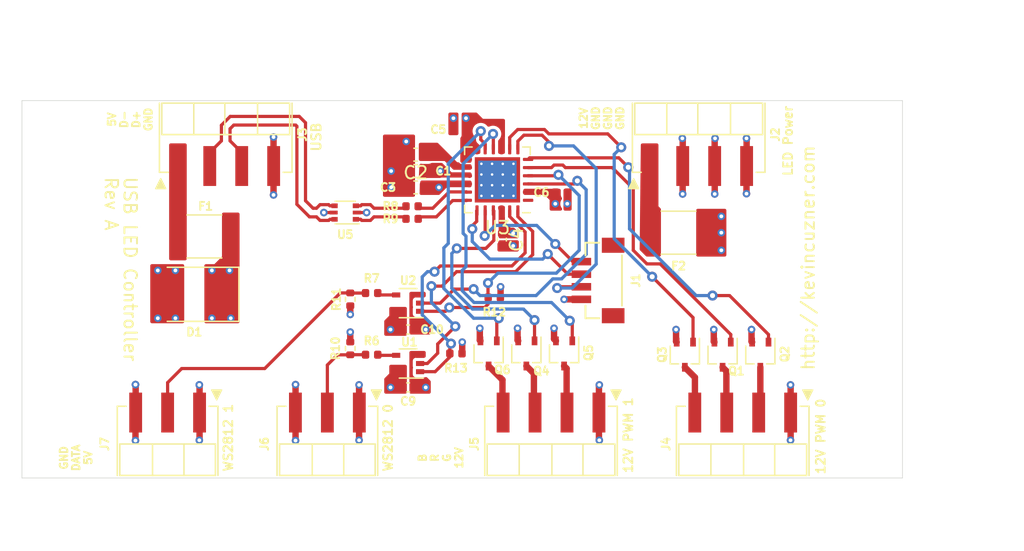
<source format=kicad_pcb>
(kicad_pcb (version 20171130) (host pcbnew 5.1.10)
  (layers (0 F.Cu signal) (1 In1.Cu power) (2 In2.Cu power) (31 B.Cu signal) (34 B.Paste user) (35 F.Paste user) (36 B.SilkS user) (37 F.SilkS user) (38 B.Mask user) (39 F.Mask user) (44 Edge.Cuts user))
  (net 0 "")
  (net 1 GND)
  (net 2 +5V)
  (net 3 +3V3)
  (net 4 /NRST)
  (net 5 /SWCLK)
  (net 6 /SWDIO)
  (net 7 +12V)
  (net 8 /USB_D+)
  (net 9 /USB_D-)
  (net 10 /PWM_0_B)
  (net 11 /PWM_0_R)
  (net 12 /PWM_0_G)
  (net 13 /PWM_1_B)
  (net 14 /PWM_1_R)
  (net 15 /PWM_1_G)
  (net 16 /WS2812_0_DATA)
  (net 17 /WS2812_1_DATA)
  (net 18 /GATE_0_R)
  (net 19 /GATE_0_G)
  (net 20 /GATE_0_B)
  (net 21 /GATE_1_R)
  (net 22 /GATE_1_G)
  (net 23 /GATE_1_B)
  (net 24 /WS2812_0_DATA_R)
  (net 25 /WS2812_1_DATA_R)
  (net 26 /USB_D_R-)
  (net 27 /USB_D_TVS-)
  (net 28 /USB_D_R+)
  (net 29 /USB_D_TVS+)
  (net 30 /WS2812_0_~OE)
  (net 31 /WS2812_1_~OE)
  (net 32 /+5V_RAW)
  (net 33 /+12V_RAW)
  (net 34 "Net-(U3-Pad1)")
  (net 35 /UC_DECOUPLE)
  (net 36 /WS2812_0_DATA_UC)
  (net 37 /WS2812_1_DATA_UC)
  (module Package_DFN_QFN:QFN-24-1EP_5x5mm_P0.65mm_EP3.6x3.6mm_ThermalVias (layer F.Cu) (at 167.8 106.3 180)
    (fp_text reference U3 (at 0 -3.8) (layer F.SilkS))
    (fp_text value EFM32HG308F64G-C-QFN24)
    (pad 25 smd rect (at 0 0 180) (size 3.05 3.05) (layers B.Cu) (net 1 GND))
    (pad 25 thru_hole circle (at 1.275 1.275 180) (size 0.5 0.5) (drill 0.2) (layers *.Cu) (net 1 GND))
    (pad 25 thru_hole circle (at 0.425 1.275 180) (size 0.5 0.5) (drill 0.2) (layers *.Cu) (net 1 GND))
    (pad 25 thru_hole circle (at -0.425 1.275 180) (size 0.5 0.5) (drill 0.2) (layers *.Cu) (net 1 GND))
    (pad 25 thru_hole circle (at -1.275 1.275 180) (size 0.5 0.5) (drill 0.2) (layers *.Cu) (net 1 GND))
    (pad 25 thru_hole circle (at 1.275 0.425 180) (size 0.5 0.5) (drill 0.2) (layers *.Cu) (net 1 GND))
    (pad 25 thru_hole circle (at 0.425 0.425 180) (size 0.5 0.5) (drill 0.2) (layers *.Cu) (net 1 GND))
    (pad 25 thru_hole circle (at -0.425 0.425 180) (size 0.5 0.5) (drill 0.2) (layers *.Cu) (net 1 GND))
    (pad 25 thru_hole circle (at -1.275 0.425 180) (size 0.5 0.5) (drill 0.2) (layers *.Cu) (net 1 GND))
    (pad 25 thru_hole circle (at 1.275 -0.425 180) (size 0.5 0.5) (drill 0.2) (layers *.Cu) (net 1 GND))
    (pad 25 thru_hole circle (at 0.425 -0.425 180) (size 0.5 0.5) (drill 0.2) (layers *.Cu) (net 1 GND))
    (pad 25 thru_hole circle (at -0.425 -0.425 180) (size 0.5 0.5) (drill 0.2) (layers *.Cu) (net 1 GND))
    (pad 25 thru_hole circle (at -1.275 -0.425 180) (size 0.5 0.5) (drill 0.2) (layers *.Cu) (net 1 GND))
    (pad 25 thru_hole circle (at 1.275 -1.275 180) (size 0.5 0.5) (drill 0.2) (layers *.Cu) (net 1 GND))
    (pad 25 thru_hole circle (at 0.425 -1.275 180) (size 0.5 0.5) (drill 0.2) (layers *.Cu) (net 1 GND))
    (pad 25 thru_hole circle (at -0.425 -1.275 180) (size 0.5 0.5) (drill 0.2) (layers *.Cu) (net 1 GND))
    (pad 25 thru_hole circle (at -1.275 -1.275 180) (size 0.5 0.5) (drill 0.2) (layers *.Cu) (net 1 GND))
    (pad 25 smd rect (at 0 0 180) (size 3.6 3.6) (layers F.Cu F.Mask) (net 1 GND))
    (pad 24 smd roundrect (at -1.625 -2.4375 180) (size 0.25 0.825) (layers F.Cu F.Paste F.Mask) (net 36 /WS2812_0_DATA_UC))
    (pad 23 smd roundrect (at -0.975 -2.4375 180) (size 0.25 0.825) (layers F.Cu F.Paste F.Mask) (net 30 /WS2812_0_~OE))
    (pad 22 smd roundrect (at -0.325 -2.4375 180) (size 0.25 0.825) (layers F.Cu F.Paste F.Mask) (net 3 +3V3))
    (pad 21 smd roundrect (at 0.325 -2.4375 180) (size 0.25 0.825) (layers F.Cu F.Paste F.Mask) (net 21 /GATE_1_R))
    (pad 20 smd roundrect (at 0.975 -2.4375 180) (size 0.25 0.825) (layers F.Cu F.Paste F.Mask) (net 6 /SWDIO))
    (pad 19 smd roundrect (at 1.625 -2.4375 180) (size 0.25 0.825) (layers F.Cu F.Paste F.Mask) (net 5 /SWCLK))
    (pad 18 smd roundrect (at 2.4375 -1.625 180) (size 0.825 0.25) (layers F.Cu F.Paste F.Mask) (net 28 /USB_D_R+))
    (pad 17 smd roundrect (at 2.4375 -0.975 180) (size 0.825 0.25) (layers F.Cu F.Paste F.Mask) (net 26 /USB_D_R-))
    (pad 16 smd roundrect (at 2.4375 -0.325 180) (size 0.825 0.25) (layers F.Cu F.Paste F.Mask) (net 3 +3V3))
    (pad 15 smd roundrect (at 2.4375 0.325 180) (size 0.825 0.25) (layers F.Cu F.Paste F.Mask) (net 2 +5V))
    (pad 14 smd roundrect (at 2.4375 0.975 180) (size 0.825 0.25) (layers F.Cu F.Paste F.Mask) (net 35 /UC_DECOUPLE))
    (pad 13 smd roundrect (at 2.4375 1.625 180) (size 0.825 0.25) (layers F.Cu F.Paste F.Mask) (net 3 +3V3))
    (pad 12 smd roundrect (at 1.625 2.4375 180) (size 0.25 0.825) (layers F.Cu F.Paste F.Mask) (net 3 +3V3))
    (pad 11 smd roundrect (at 0.975 2.4375 180) (size 0.25 0.825) (layers F.Cu F.Paste F.Mask) (net 23 /GATE_1_B))
    (pad 10 smd roundrect (at 0.325 2.4375 180) (size 0.25 0.825) (layers F.Cu F.Paste F.Mask) (net 22 /GATE_1_G))
    (pad 9 smd roundrect (at -0.325 2.4375 180) (size 0.25 0.825) (layers F.Cu F.Paste F.Mask) (net 3 +3V3))
    (pad 8 smd roundrect (at -0.975 2.4375 180) (size 0.25 0.825) (layers F.Cu F.Paste F.Mask) (net 20 /GATE_0_B))
    (pad 7 smd roundrect (at -1.625 2.4375 180) (size 0.25 0.825) (layers F.Cu F.Paste F.Mask) (net 4 /NRST))
    (pad 6 smd roundrect (at -2.4375 1.625 180) (size 0.825 0.25) (layers F.Cu F.Paste F.Mask) (net 19 /GATE_0_G))
    (pad 5 smd roundrect (at -2.4375 0.975 180) (size 0.825 0.25) (layers F.Cu F.Paste F.Mask) (net 18 /GATE_0_R))
    (pad 4 smd roundrect (at -2.4375 0.325 180) (size 0.825 0.25) (layers F.Cu F.Paste F.Mask) (net 31 /WS2812_1_~OE))
    (pad 3 smd roundrect (at -2.4375 -0.325 180) (size 0.825 0.25) (layers F.Cu F.Paste F.Mask) (net 37 /WS2812_1_DATA_UC))
    (pad 2 smd roundrect (at -2.4375 -0.975 180) (size 0.825 0.25) (layers F.Cu F.Paste F.Mask) (net 3 +3V3))
    (pad 1 smd roundrect (at -2.4375 -1.625 180) (size 0.825 0.25) (layers F.Cu F.Paste F.Mask) (net 34 "Net-(U3-Pad1)"))
  )
  (module Capacitor_SMD:C_0402_1005Metric (layer F.Cu) (at 168.15 111.05 270)
    (fp_text reference C4 (at 0 -1.16 90) (layer F.SilkS))
    (fp_text value 0u1)
    (pad 2 smd roundrect (at 0.48 0 270) (size 0.56 0.62) (layers F.Cu F.Paste F.Mask) (net 1 GND))
    (pad 1 smd roundrect (at -0.48 0 270) (size 0.56 0.62) (layers F.Cu F.Paste F.Mask) (net 3 +3V3))
  )
  (module Capacitor_SMD:C_0603_1608Metric (layer F.Cu) (at 161.3 104.3 180)
    (fp_text reference C2 (at 0 -1.43) (layer F.SilkS))
    (fp_text value 1u)
    (pad 2 smd roundrect (at 0.775 0 180) (size 0.9 0.95) (layers F.Cu F.Paste F.Mask) (net 1 GND))
    (pad 1 smd roundrect (at -0.775 0 180) (size 0.9 0.95) (layers F.Cu F.Paste F.Mask) (net 35 /UC_DECOUPLE))
  )
  (module usb-led-controller:VIA-0.3_0.6-TENT (layer F.Cu) (at 165 119.2)
    (fp_text reference REF** hide)
    (fp_text value VIA-0.3_0.6-TENT hide)
    (pad 1 thru_hole circle (at 0 0) (size 0.6 0.6) (drill 0.3) (layers *.Cu) (net 3 +3V3))
  )
  (module usb-led-controller:VIA-0.3_0.6-TENT (layer F.Cu) (at 168.05 114.8)
    (fp_text reference REF** hide)
    (fp_text value VIA-0.3_0.6-TENT hide)
    (pad 1 thru_hole circle (at 0 0) (size 0.6 0.6) (drill 0.3) (layers *.Cu) (net 3 +3V3))
  )
  (module Resistor_SMD:R_0402_1005Metric (layer F.Cu) (at 164.5 120.1 180)
    (fp_text reference R13 (at 0 -1.17) (layer F.SilkS) (effects (font (size 0.635 0.635))))
    (fp_text value 10K)
    (pad 2 smd roundrect (at 0.485 0 180) (size 0.59 0.64) (layers F.Cu F.Paste F.Mask) (net 30 /WS2812_0_~OE))
    (pad 1 smd roundrect (at -0.485 0 180) (size 0.59 0.64) (layers F.Cu F.Paste F.Mask) (net 3 +3V3))
  )
  (module Resistor_SMD:R_0402_1005Metric (layer F.Cu) (at 167.55 115.65 180)
    (fp_text reference R12 (at 0 -1.17) (layer F.SilkS) (effects (font (size 0.635 0.635))))
    (fp_text value 10K)
    (pad 2 smd roundrect (at 0.485 0 180) (size 0.59 0.64) (layers F.Cu F.Paste F.Mask) (net 31 /WS2812_1_~OE))
    (pad 1 smd roundrect (at -0.485 0 180) (size 0.59 0.64) (layers F.Cu F.Paste F.Mask) (net 3 +3V3))
  )
  (module usb-led-controller:VIA-0.3_0.6-TENT (layer F.Cu) (at 173.1 115.8)
    (fp_text reference REF** hide)
    (fp_text value VIA-0.3_0.6-TENT hide)
    (pad 1 thru_hole circle (at 0 0) (size 0.6 0.6) (drill 0.3) (layers *.Cu) (net 1 GND))
  )
  (module usb-led-controller:VIA-0.3_0.6-TENT (layer F.Cu) (at 156.1 117 270)
    (fp_text reference REF** hide)
    (fp_text value VIA-0.3_0.6-TENT hide)
    (pad 1 thru_hole circle (at 0 0 270) (size 0.6 0.6) (drill 0.3) (layers *.Cu) (net 1 GND))
  )
  (module usb-led-controller:VIA-0.3_0.6-TENT (layer F.Cu) (at 156.1 118.4 270)
    (fp_text reference REF** hide)
    (fp_text value VIA-0.3_0.6-TENT hide)
    (pad 1 thru_hole circle (at 0 0 270) (size 0.6 0.6) (drill 0.3) (layers *.Cu) (net 1 GND))
  )
  (module usb-led-controller:VIA-0.3_0.6-TENT (layer F.Cu) (at 162.1 118.2 270)
    (fp_text reference REF** hide)
    (fp_text value VIA-0.3_0.6-TENT hide)
    (pad 1 thru_hole circle (at 0 0 270) (size 0.6 0.6) (drill 0.3) (layers *.Cu) (net 1 GND))
  )
  (module usb-led-controller:VIA-0.3_0.6-TENT (layer F.Cu) (at 162.1 122.8 270)
    (fp_text reference REF** hide)
    (fp_text value VIA-0.3_0.6-TENT hide)
    (pad 1 thru_hole circle (at 0 0 270) (size 0.6 0.6) (drill 0.3) (layers *.Cu) (net 1 GND))
  )
  (module usb-led-controller:VIA-0.3_0.6-TENT (layer F.Cu) (at 169.05 111.55)
    (fp_text reference REF** hide)
    (fp_text value VIA-0.3_0.6-TENT hide)
    (pad 1 thru_hole circle (at 0 0) (size 0.6 0.6) (drill 0.3) (layers *.Cu) (net 1 GND))
  )
  (module usb-led-controller:VIA-0.3_0.6-TENT (layer F.Cu) (at 173.35 108.2)
    (fp_text reference REF** hide)
    (fp_text value VIA-0.3_0.6-TENT hide)
    (pad 1 thru_hole circle (at 0 0) (size 0.6 0.6) (drill 0.3) (layers *.Cu) (net 1 GND))
  )
  (module usb-led-controller:VIA-0.3_0.6-TENT (layer F.Cu) (at 164.3 101.4)
    (fp_text reference REF** hide)
    (fp_text value VIA-0.3_0.6-TENT hide)
    (pad 1 thru_hole circle (at 0 0) (size 0.6 0.6) (drill 0.3) (layers *.Cu) (net 1 GND))
  )
  (module usb-led-controller:VIA-0.3_0.6-TENT (layer F.Cu) (at 157.4 108.9 90)
    (fp_text reference REF** hide)
    (fp_text value VIA-0.3_0.6-TENT hide)
    (pad 1 thru_hole circle (at 0 0 90) (size 0.6 0.6) (drill 0.3) (layers *.Cu) (net 1 GND))
  )
  (module usb-led-controller:VIA-0.3_0.6-TENT (layer F.Cu) (at 154 108.9 90)
    (fp_text reference REF** hide)
    (fp_text value VIA-0.3_0.6-TENT hide)
    (pad 1 thru_hole circle (at 0 0 90) (size 0.6 0.6) (drill 0.3) (layers *.Cu) (net 2 +5V))
  )
  (module usb-led-controller:VIA-0.3_0.6-TENT (layer F.Cu) (at 159.3 118.2 90)
    (fp_text reference REF** hide)
    (fp_text value VIA-0.3_0.6-TENT hide)
    (pad 1 thru_hole circle (at 0 0 90) (size 0.6 0.6) (drill 0.3) (layers *.Cu) (net 2 +5V))
  )
  (module usb-led-controller:VIA-0.3_0.6-TENT (layer F.Cu) (at 159.3 122.8 90)
    (fp_text reference REF** hide)
    (fp_text value VIA-0.3_0.6-TENT hide)
    (pad 1 thru_hole circle (at 0 0 90) (size 0.6 0.6) (drill 0.3) (layers *.Cu) (net 2 +5V))
  )
  (module usb-led-controller:VIA-0.3_0.6-TENT (layer F.Cu) (at 172.4 108.2)
    (fp_text reference REF** hide)
    (fp_text value VIA-0.3_0.6-TENT hide)
    (pad 1 thru_hole circle (at 0 0) (size 0.6 0.6) (drill 0.3) (layers *.Cu) (net 3 +3V3))
  )
  (module usb-led-controller:VIA-0.3_0.6-TENT (layer F.Cu) (at 169.05 110.55)
    (fp_text reference REF** hide)
    (fp_text value VIA-0.3_0.6-TENT hide)
    (pad 1 thru_hole circle (at 0 0) (size 0.6 0.6) (drill 0.3) (layers *.Cu) (net 3 +3V3))
  )
  (module usb-led-controller:VIA-0.3_0.6-TENT (layer F.Cu) (at 165.3 101.4)
    (fp_text reference REF** hide)
    (fp_text value VIA-0.3_0.6-TENT hide)
    (pad 1 thru_hole circle (at 0 0) (size 0.6 0.6) (drill 0.3) (layers *.Cu) (net 3 +3V3))
  )
  (module usb-led-controller:VIA-0.3_0.6-TENT (layer F.Cu) (at 185.6 111.9)
    (fp_text reference REF** hide)
    (fp_text value VIA-0.3_0.6-TENT hide)
    (pad 1 thru_hole circle (at 0 0) (size 0.6 0.6) (drill 0.3) (layers *.Cu) (net 7 +12V))
  )
  (module usb-led-controller:VIA-0.3_0.6-TENT (layer F.Cu) (at 145.1 113.5 180)
    (fp_text reference REF** hide)
    (fp_text value VIA-0.3_0.6-TENT hide)
    (pad 1 thru_hole circle (at 0 0 180) (size 0.6 0.6) (drill 0.3) (layers *.Cu) (net 2 +5V))
  )
  (module usb-led-controller:VIA-0.3_0.6-TENT (layer F.Cu) (at 146.5 113.5 180)
    (fp_text reference REF** hide)
    (fp_text value VIA-0.3_0.6-TENT hide)
    (pad 1 thru_hole circle (at 0 0 180) (size 0.6 0.6) (drill 0.3) (layers *.Cu) (net 2 +5V))
  )
  (module usb-led-controller:VIA-0.3_0.6-TENT (layer F.Cu) (at 146.6 117.3 180)
    (fp_text reference REF** hide)
    (fp_text value VIA-0.3_0.6-TENT hide)
    (pad 1 thru_hole circle (at 0 0 180) (size 0.6 0.6) (drill 0.3) (layers *.Cu) (net 2 +5V))
  )
  (module usb-led-controller:VIA-0.3_0.6-TENT (layer F.Cu) (at 145.1 117.3 180)
    (fp_text reference REF** hide)
    (fp_text value VIA-0.3_0.6-TENT hide)
    (pad 1 thru_hole circle (at 0 0 180) (size 0.6 0.6) (drill 0.3) (layers *.Cu) (net 2 +5V))
  )
  (module usb-led-controller:VIA-0.3_0.6-TENT (layer F.Cu) (at 140.8 113.5 180)
    (fp_text reference REF** hide)
    (fp_text value VIA-0.3_0.6-TENT hide)
    (pad 1 thru_hole circle (at 0 0 180) (size 0.6 0.6) (drill 0.3) (layers *.Cu) (net 1 GND))
  )
  (module usb-led-controller:VIA-0.3_0.6-TENT (layer F.Cu) (at 142.2 113.5 180)
    (fp_text reference REF** hide)
    (fp_text value VIA-0.3_0.6-TENT hide)
    (pad 1 thru_hole circle (at 0 0 180) (size 0.6 0.6) (drill 0.3) (layers *.Cu) (net 1 GND))
  )
  (module usb-led-controller:VIA-0.3_0.6-TENT (layer F.Cu) (at 142.2 117.3 180)
    (fp_text reference REF** hide)
    (fp_text value VIA-0.3_0.6-TENT hide)
    (pad 1 thru_hole circle (at 0 0 180) (size 0.6 0.6) (drill 0.3) (layers *.Cu) (net 1 GND))
  )
  (module usb-led-controller:VIA-0.3_0.6-TENT (layer F.Cu) (at 140.8 117.3 180)
    (fp_text reference REF** hide)
    (fp_text value VIA-0.3_0.6-TENT hide)
    (pad 1 thru_hole circle (at 0 0 180) (size 0.6 0.6) (drill 0.3) (layers *.Cu) (net 1 GND))
  )
  (module Resistor_SMD:R_1812_4532Metric (layer F.Cu) (at 182.2 110.5 180)
    (fp_text reference F2 (at 0 -2.65) (layer F.SilkS) (effects (font (size 0.635 0.635))))
    (fp_text value Polyfuse)
    (pad 2 smd roundrect (at 2.1375 0 180) (size 1.125 3.4) (layers F.Cu F.Paste F.Mask) (roundrect_rratio 0.222222) (net 33 /+12V_RAW))
    (pad 1 smd roundrect (at -2.1375 0 180) (size 1.125 3.4) (layers F.Cu F.Paste F.Mask) (roundrect_rratio 0.222222) (net 7 +12V))
  )
  (module Resistor_SMD:R_1812_4532Metric (layer F.Cu) (at 144.5 110.8 180)
    (fp_text reference F1 (at -0.1 2.4) (layer F.SilkS) (effects (font (size 0.635 0.635))))
    (fp_text value Polyfuse)
    (pad 2 smd roundrect (at 2.1375 0 180) (size 1.125 3.4) (layers F.Cu F.Paste F.Mask) (roundrect_rratio 0.222222) (net 32 /+5V_RAW))
    (pad 1 smd roundrect (at -2.1375 0 180) (size 1.125 3.4) (layers F.Cu F.Paste F.Mask) (roundrect_rratio 0.222222) (net 2 +5V))
  )
  (module Diode_SMD:D_SMB (layer F.Cu) (at 143.7 115.4 180)
    (fp_text reference D1 (at 0 -3) (layer F.SilkS) (effects (font (size 0.635 0.635))))
    (fp_text value 3SMBJ5919B)
    (pad 2 smd rect (at 2.15 0 180) (size 2.5 2.3) (layers F.Cu F.Paste F.Mask) (net 1 GND))
    (pad 1 smd rect (at -2.15 0 180) (size 2.5 2.3) (layers F.Cu F.Paste F.Mask) (net 2 +5V))
  )
  (module Resistor_SMD:R_0402_1005Metric (layer F.Cu) (at 156.1 115.8 270)
    (fp_text reference R11 (at 0 1.1 90) (layer F.SilkS) (effects (font (size 0.635 0.635))))
    (fp_text value 10K)
    (pad 2 smd roundrect (at 0.51 0 270) (size 0.54 0.64) (layers F.Cu F.Paste F.Mask) (net 1 GND))
    (pad 1 smd roundrect (at -0.51 0 270) (size 0.54 0.64) (layers F.Cu F.Paste F.Mask) (net 17 /WS2812_1_DATA))
  )
  (module Resistor_SMD:R_0402_1005Metric (layer F.Cu) (at 156.1 119.7 90)
    (fp_text reference R10 (at 0 -1.17 90) (layer F.SilkS) (effects (font (size 0.635 0.635))))
    (fp_text value 10K)
    (pad 2 smd roundrect (at 0.51 0 90) (size 0.54 0.64) (layers F.Cu F.Paste F.Mask) (net 1 GND))
    (pad 1 smd roundrect (at -0.51 0 90) (size 0.54 0.64) (layers F.Cu F.Paste F.Mask) (net 16 /WS2812_0_DATA))
  )
  (module usb-led-controller:VIA-0.3_0.6-TENT (layer F.Cu) (at 188 118.2)
    (fp_text reference REF** hide)
    (fp_text value VIA-0.3_0.6-TENT hide)
    (pad 1 thru_hole circle (at 0 0) (size 0.6 0.6) (drill 0.3) (layers *.Cu) (net 1 GND))
  )
  (module usb-led-controller:VIA-0.3_0.6-TENT (layer F.Cu) (at 185 118.2)
    (fp_text reference REF** hide)
    (fp_text value VIA-0.3_0.6-TENT hide)
    (pad 1 thru_hole circle (at 0 0) (size 0.6 0.6) (drill 0.3) (layers *.Cu) (net 1 GND))
  )
  (module usb-led-controller:VIA-0.3_0.6-TENT (layer F.Cu) (at 182 118.2)
    (fp_text reference REF** hide)
    (fp_text value VIA-0.3_0.6-TENT hide)
    (pad 1 thru_hole circle (at 0 0) (size 0.6 0.6) (drill 0.3) (layers *.Cu) (net 1 GND))
  )
  (module usb-led-controller:VIA-0.3_0.6-TENT (layer F.Cu) (at 172.3 118.1)
    (fp_text reference REF** hide)
    (fp_text value VIA-0.3_0.6-TENT hide)
    (pad 1 thru_hole circle (at 0 0) (size 0.6 0.6) (drill 0.3) (layers *.Cu) (net 1 GND))
  )
  (module usb-led-controller:VIA-0.3_0.6-TENT (layer F.Cu) (at 169.4 118.1)
    (fp_text reference REF** hide)
    (fp_text value VIA-0.3_0.6-TENT hide)
    (pad 1 thru_hole circle (at 0 0) (size 0.6 0.6) (drill 0.3) (layers *.Cu) (net 1 GND))
  )
  (module usb-led-controller:VIA-0.3_0.6-TENT (layer F.Cu) (at 166.4 118.1)
    (fp_text reference REF** hide)
    (fp_text value VIA-0.3_0.6-TENT hide)
    (pad 1 thru_hole circle (at 0 0) (size 0.6 0.6) (drill 0.3) (layers *.Cu) (net 1 GND))
  )
  (module usb-led-controller:VIA-0.3_0.6-TENT (layer F.Cu) (at 144.1 122.6)
    (fp_text reference REF** hide)
    (fp_text value VIA-0.3_0.6-TENT hide)
    (pad 1 thru_hole circle (at 0 0) (size 0.6 0.6) (drill 0.3) (layers *.Cu) (net 2 +5V))
  )
  (module usb-led-controller:VIA-0.3_0.6-TENT (layer F.Cu) (at 144.1 122.6)
    (fp_text reference REF** hide)
    (fp_text value VIA-0.3_0.6-TENT hide)
    (pad 1 thru_hole circle (at 0 0) (size 0.6 0.6) (drill 0.3) (layers *.Cu) (net 2 +5V))
  )
  (module usb-led-controller:VIA-0.3_0.6-TENT (layer F.Cu) (at 144.1 127)
    (fp_text reference REF** hide)
    (fp_text value VIA-0.3_0.6-TENT hide)
    (pad 1 thru_hole circle (at 0 0) (size 0.6 0.6) (drill 0.3) (layers *.Cu) (net 2 +5V))
  )
  (module usb-led-controller:VIA-0.3_0.6-TENT (layer F.Cu) (at 156.8 127)
    (fp_text reference REF** hide)
    (fp_text value VIA-0.3_0.6-TENT hide)
    (pad 1 thru_hole circle (at 0 0) (size 0.6 0.6) (drill 0.3) (layers *.Cu) (net 2 +5V))
  )
  (module usb-led-controller:VIA-0.3_0.6-TENT (layer F.Cu) (at 156.8 122.6)
    (fp_text reference REF** hide)
    (fp_text value VIA-0.3_0.6-TENT hide)
    (pad 1 thru_hole circle (at 0 0) (size 0.6 0.6) (drill 0.3) (layers *.Cu) (net 2 +5V))
  )
  (module usb-led-controller:VIA-0.3_0.6-TENT (layer F.Cu) (at 191.1 127)
    (fp_text reference REF** hide)
    (fp_text value VIA-0.3_0.6-TENT hide)
    (pad 1 thru_hole circle (at 0 0) (size 0.6 0.6) (drill 0.3) (layers *.Cu) (net 7 +12V))
  )
  (module usb-led-controller:VIA-0.3_0.6-TENT (layer F.Cu) (at 191.1 122.6)
    (fp_text reference REF** hide)
    (fp_text value VIA-0.3_0.6-TENT hide)
    (pad 1 thru_hole circle (at 0 0) (size 0.6 0.6) (drill 0.3) (layers *.Cu) (net 7 +12V))
  )
  (module usb-led-controller:VIA-0.3_0.6-TENT (layer F.Cu) (at 175.9 127)
    (fp_text reference REF** hide)
    (fp_text value VIA-0.3_0.6-TENT hide)
    (pad 1 thru_hole circle (at 0 0) (size 0.6 0.6) (drill 0.3) (layers *.Cu) (net 7 +12V))
  )
  (module usb-led-controller:VIA-0.3_0.6-TENT (layer F.Cu) (at 175.9 122.6)
    (fp_text reference REF** hide)
    (fp_text value VIA-0.3_0.6-TENT hide)
    (pad 1 thru_hole circle (at 0 0) (size 0.6 0.6) (drill 0.3) (layers *.Cu) (net 7 +12V))
  )
  (module usb-led-controller:VIA-0.3_0.6-TENT (layer F.Cu) (at 185.6 110.5)
    (fp_text reference REF** hide)
    (fp_text value VIA-0.3_0.6-TENT hide)
    (pad 1 thru_hole circle (at 0 0) (size 0.6 0.6) (drill 0.3) (layers *.Cu) (net 7 +12V))
  )
  (module usb-led-controller:VIA-0.3_0.6-TENT (layer F.Cu) (at 163.15 106.9)
    (fp_text reference REF** hide)
    (fp_text value VIA-0.3_0.6-TENT hide)
    (pad 1 thru_hole circle (at 0 0) (size 0.6 0.6) (drill 0.3) (layers *.Cu) (net 3 +3V3))
  )
  (module Capacitor_SMD:C_0402_1005Metric (layer F.Cu) (at 160.7 118.2)
    (fp_text reference C10 (at 1.9 0) (layer F.SilkS) (effects (font (size 0.635 0.635))))
    (fp_text value 0u1)
    (pad 2 smd roundrect (at 0.48 0) (size 0.56 0.62) (layers F.Cu F.Paste F.Mask) (net 1 GND))
    (pad 1 smd roundrect (at -0.48 0) (size 0.56 0.62) (layers F.Cu F.Paste F.Mask) (net 2 +5V))
  )
  (module Capacitor_SMD:C_0402_1005Metric (layer F.Cu) (at 160.7 122.8)
    (fp_text reference C9 (at 0 1.1) (layer F.SilkS) (effects (font (size 0.635 0.635))))
    (fp_text value 0u1)
    (pad 2 smd roundrect (at 0.48 0) (size 0.56 0.62) (layers F.Cu F.Paste F.Mask) (net 1 GND))
    (pad 1 smd roundrect (at -0.48 0) (size 0.56 0.62) (layers F.Cu F.Paste F.Mask) (net 2 +5V))
  )
  (module Capacitor_SMD:C_0603_1608Metric (layer F.Cu) (at 161.3 106.9 180)
    (fp_text reference C3 (at 2.2 0) (layer F.SilkS) (effects (font (size 0.635 0.635))))
    (fp_text value 1u)
    (pad 2 smd roundrect (at 0.775 0 180) (size 0.9 0.95) (layers F.Cu F.Paste F.Mask) (net 1 GND))
    (pad 1 smd roundrect (at -0.775 0 180) (size 0.9 0.95) (layers F.Cu F.Paste F.Mask) (net 3 +3V3))
  )
  (module Capacitor_SMD:C_0603_1608Metric (layer F.Cu) (at 161.3 105.6 180)
    (fp_text reference C1 (at -2.2 0) (layer F.SilkS) (effects (font (size 0.635 0.635))))
    (fp_text value 4u7)
    (pad 2 smd roundrect (at 0.775 0 180) (size 0.9 0.95) (layers F.Cu F.Paste F.Mask) (net 1 GND))
    (pad 1 smd roundrect (at -0.775 0 180) (size 0.9 0.95) (layers F.Cu F.Paste F.Mask) (net 2 +5V))
  )
  (module usb-led-controller:VIA-0.3_0.6-TENT (layer F.Cu) (at 185.6 109.2)
    (fp_text reference REF** hide)
    (fp_text value VIA-0.3_0.6-TENT hide)
    (pad 1 thru_hole circle (at 0 0) (size 0.6 0.6) (drill 0.3) (layers *.Cu) (net 7 +12V))
  )
  (module usb-led-controller:VIA-0.3_0.6-TENT (layer F.Cu) (at 163.25 105.6)
    (fp_text reference REF** hide)
    (fp_text value VIA-0.3_0.6-TENT hide)
    (pad 1 thru_hole circle (at 0 0) (size 0.6 0.6) (drill 0.3) (layers *.Cu) (net 2 +5V))
  )
  (module usb-led-controller:VIA-0.3_0.6-TENT (layer F.Cu) (at 160.55 103.25)
    (fp_text reference REF** hide)
    (fp_text value VIA-0.3_0.6-TENT hide)
    (pad 1 thru_hole circle (at 0 0) (size 0.6 0.6) (drill 0.3) (layers *.Cu) (net 1 GND))
  )
  (module usb-led-controller:VIA-0.3_0.6-TENT (layer F.Cu) (at 159.35 105.6)
    (fp_text reference REF** hide)
    (fp_text value VIA-0.3_0.6-TENT hide)
    (pad 1 thru_hole circle (at 0 0) (size 0.6 0.6) (drill 0.3) (layers *.Cu) (net 1 GND))
  )
  (module usb-led-controller:VIA-0.3_0.6-TENT (layer F.Cu) (at 182.5 103)
    (fp_text reference REF** hide)
    (fp_text value VIA-0.3_0.6-TENT hide)
    (pad 1 thru_hole circle (at 0 0) (size 0.6 0.6) (drill 0.3) (layers *.Cu) (net 1 GND))
  )
  (module usb-led-controller:VIA-0.3_0.6-TENT (layer F.Cu) (at 185.1 103)
    (fp_text reference REF** hide)
    (fp_text value VIA-0.3_0.6-TENT hide)
    (pad 1 thru_hole circle (at 0 0) (size 0.6 0.6) (drill 0.3) (layers *.Cu) (net 1 GND))
  )
  (module usb-led-controller:VIA-0.3_0.6-TENT (layer F.Cu) (at 187.6 103)
    (fp_text reference REF** hide)
    (fp_text value VIA-0.3_0.6-TENT hide)
    (pad 1 thru_hole circle (at 0 0) (size 0.6 0.6) (drill 0.3) (layers *.Cu) (net 1 GND))
  )
  (module usb-led-controller:VIA-0.3_0.6-TENT (layer F.Cu) (at 187.6 107.4)
    (fp_text reference REF** hide)
    (fp_text value VIA-0.3_0.6-TENT hide)
    (pad 1 thru_hole circle (at 0 0) (size 0.6 0.6) (drill 0.3) (layers *.Cu) (net 1 GND))
  )
  (module usb-led-controller:VIA-0.3_0.6-TENT (layer F.Cu) (at 185.075 107.425)
    (fp_text reference REF** hide)
    (fp_text value VIA-0.3_0.6-TENT hide)
    (pad 1 thru_hole circle (at 0 0) (size 0.6 0.6) (drill 0.3) (layers *.Cu) (net 1 GND))
  )
  (module usb-led-controller:VIA-0.3_0.6-TENT (layer F.Cu) (at 182.525 107.425)
    (fp_text reference REF** hide)
    (fp_text value VIA-0.3_0.6-TENT hide)
    (pad 1 thru_hole circle (at 0 0) (size 0.6 0.6) (drill 0.3) (layers *.Cu) (net 1 GND))
  )
  (module usb-led-controller:VIA-0.3_0.6-TENT (layer F.Cu) (at 139.025 122.575)
    (fp_text reference REF** hide)
    (fp_text value VIA-0.3_0.6-TENT hide)
    (pad 1 thru_hole circle (at 0 0) (size 0.6 0.6) (drill 0.3) (layers *.Cu) (net 1 GND))
  )
  (module usb-led-controller:VIA-0.3_0.6-TENT (layer F.Cu) (at 139.025 122.575)
    (fp_text reference REF** hide)
    (fp_text value VIA-0.3_0.6-TENT hide)
    (pad 1 thru_hole circle (at 0 0) (size 0.6 0.6) (drill 0.3) (layers *.Cu) (net 1 GND))
  )
  (module usb-led-controller:VIA-0.3_0.6-TENT (layer F.Cu) (at 139.025 127.025)
    (fp_text reference REF** hide)
    (fp_text value VIA-0.3_0.6-TENT hide)
    (pad 1 thru_hole circle (at 0 0) (size 0.6 0.6) (drill 0.3) (layers *.Cu) (net 1 GND))
  )
  (module usb-led-controller:VIA-0.3_0.6-TENT (layer F.Cu) (at 151.75 127.025)
    (fp_text reference REF** hide)
    (fp_text value VIA-0.3_0.6-TENT hide)
    (pad 1 thru_hole circle (at 0 0) (size 0.6 0.6) (drill 0.3) (layers *.Cu) (net 1 GND))
  )
  (module usb-led-controller:VIA-0.3_0.6-TENT (layer F.Cu) (at 151.75 122.575)
    (fp_text reference REF** hide)
    (fp_text value VIA-0.3_0.6-TENT hide)
    (pad 1 thru_hole circle (at 0 0) (size 0.6 0.6) (drill 0.3) (layers *.Cu) (net 1 GND))
  )
  (module usb-led-controller:VIA-0.3_0.6-TENT (layer F.Cu) (at 159.35 106.9)
    (fp_text reference REF** hide)
    (fp_text value VIA-0.3_0.6-TENT hide)
    (pad 1 thru_hole circle (at 0 0) (size 0.6 0.6) (drill 0.3) (layers *.Cu) (net 1 GND))
  )
  (module usb-led-controller:VIA-0.3_0.6-TENT (layer F.Cu) (at 150 107.5)
    (fp_text reference REF** hide)
    (fp_text value VIA-0.3_0.6-TENT hide)
    (pad 1 thru_hole circle (at 0 0) (size 0.6 0.6) (drill 0.3) (layers *.Cu) (net 1 GND))
  )
  (module usb-led-controller:VIA-0.3_0.6-TENT (layer F.Cu) (at 150 102.9)
    (fp_text reference REF** hide)
    (fp_text value VIA-0.3_0.6-TENT hide)
    (pad 1 thru_hole circle (at 0 0) (size 0.6 0.6) (drill 0.3) (layers *.Cu) (net 1 GND))
  )
  (module MountingHole:MountingHole_3.2mm_M3 (layer F.Cu) (at 195.86 114)
    (fp_text reference H2 hide)
    (fp_text value MountingHole)
    (pad 1 np_thru_hole circle (at 0 0) (size 3.2 3.2) (drill 3.2) (layers *.Cu *.Mask))
  )
  (module MountingHole:MountingHole_3.2mm_M3 (layer F.Cu) (at 134.14 114)
    (fp_text reference H1 hide)
    (fp_text value MountingHole)
    (pad 1 np_thru_hole circle (at 0 0) (size 3.2 3.2) (drill 3.2) (layers *.Cu *.Mask))
  )
  (module Package_TO_SOT_SMD:SOT-666 (layer F.Cu) (at 155.7 108.9 180)
    (fp_text reference U5 (at 0 -1.75) (layer F.SilkS) (effects (font (size 0.635 0.635))))
    (fp_text value USBLC6)
    (pad 6 smd rect (at 0.85 -0.5375 180) (size 0.5 0.375) (layers F.Cu F.Paste F.Mask) (net 8 /USB_D+))
    (pad 4 smd rect (at 0.85 0.5375 180) (size 0.5 0.375) (layers F.Cu F.Paste F.Mask) (net 9 /USB_D-))
    (pad 2 smd rect (at -0.925 0 180) (size 0.65 0.3) (layers F.Cu F.Paste F.Mask) (net 1 GND))
    (pad 5 smd rect (at 0.925 0 180) (size 0.65 0.3) (layers F.Cu F.Paste F.Mask) (net 2 +5V))
    (pad 3 smd rect (at -0.85 0.5375 180) (size 0.5 0.375) (layers F.Cu F.Paste F.Mask) (net 27 /USB_D_TVS-))
    (pad 1 smd rect (at -0.85 -0.5375 180) (size 0.5 0.375) (layers F.Cu F.Paste F.Mask) (net 29 /USB_D_TVS+))
  )
  (module Package_TO_SOT_SMD:SOT-353_SC-70-5 (layer F.Cu) (at 160.7 116.1 180)
    (fp_text reference U2 (at 0 1.8) (layer F.SilkS) (effects (font (size 0.635 0.635))))
    (fp_text value SN74LV1T125)
    (pad 5 smd rect (at 0.95 -0.65 180) (size 0.65 0.4) (layers F.Cu F.Paste F.Mask) (net 2 +5V))
    (pad 4 smd rect (at 0.95 0.65 180) (size 0.65 0.4) (layers F.Cu F.Paste F.Mask) (net 25 /WS2812_1_DATA_R))
    (pad 2 smd rect (at -0.95 0 180) (size 0.65 0.4) (layers F.Cu F.Paste F.Mask) (net 37 /WS2812_1_DATA_UC))
    (pad 3 smd rect (at -0.95 0.65 180) (size 0.65 0.4) (layers F.Cu F.Paste F.Mask) (net 1 GND))
    (pad 1 smd rect (at -0.95 -0.65 180) (size 0.65 0.4) (layers F.Cu F.Paste F.Mask) (net 31 /WS2812_1_~OE))
  )
  (module Package_TO_SOT_SMD:SOT-353_SC-70-5 (layer F.Cu) (at 160.7 120.9 180)
    (fp_text reference U1 (at -0.1 1.7) (layer F.SilkS) (effects (font (size 0.635 0.635))))
    (fp_text value SN74LV1T125)
    (pad 5 smd rect (at 0.95 -0.65 180) (size 0.65 0.4) (layers F.Cu F.Paste F.Mask) (net 2 +5V))
    (pad 4 smd rect (at 0.95 0.65 180) (size 0.65 0.4) (layers F.Cu F.Paste F.Mask) (net 24 /WS2812_0_DATA_R))
    (pad 2 smd rect (at -0.95 0 180) (size 0.65 0.4) (layers F.Cu F.Paste F.Mask) (net 36 /WS2812_0_DATA_UC))
    (pad 3 smd rect (at -0.95 0.65 180) (size 0.65 0.4) (layers F.Cu F.Paste F.Mask) (net 1 GND))
    (pad 1 smd rect (at -0.95 -0.65 180) (size 0.65 0.4) (layers F.Cu F.Paste F.Mask) (net 30 /WS2812_0_~OE))
  )
  (module Resistor_SMD:R_0402_1005Metric (layer F.Cu) (at 161.015 109.4)
    (fp_text reference R9 (at -1.715 0) (layer F.SilkS) (effects (font (size 0.635 0.635))))
    (fp_text value 33)
    (pad 2 smd roundrect (at 0.485 0) (size 0.59 0.64) (layers F.Cu F.Paste F.Mask) (net 28 /USB_D_R+))
    (pad 1 smd roundrect (at -0.485 0) (size 0.59 0.64) (layers F.Cu F.Paste F.Mask) (net 29 /USB_D_TVS+))
  )
  (module Resistor_SMD:R_0402_1005Metric (layer F.Cu) (at 161.015 108.4)
    (fp_text reference R8 (at -1.715 0) (layer F.SilkS) (effects (font (size 0.635 0.635))))
    (fp_text value 33)
    (pad 2 smd roundrect (at 0.485 0) (size 0.59 0.64) (layers F.Cu F.Paste F.Mask) (net 26 /USB_D_R-))
    (pad 1 smd roundrect (at -0.485 0) (size 0.59 0.64) (layers F.Cu F.Paste F.Mask) (net 27 /USB_D_TVS-))
  )
  (module Resistor_SMD:R_0402_1005Metric (layer F.Cu) (at 157.8 115.3)
    (fp_text reference R7 (at 0 -1.17) (layer F.SilkS) (effects (font (size 0.635 0.635))))
    (fp_text value 33)
    (pad 2 smd roundrect (at 0.485 0) (size 0.59 0.64) (layers F.Cu F.Paste F.Mask) (net 25 /WS2812_1_DATA_R))
    (pad 1 smd roundrect (at -0.485 0) (size 0.59 0.64) (layers F.Cu F.Paste F.Mask) (net 17 /WS2812_1_DATA))
  )
  (module Resistor_SMD:R_0402_1005Metric (layer F.Cu) (at 157.8 120.2)
    (fp_text reference R6 (at 0 -1.1) (layer F.SilkS) (effects (font (size 0.635 0.635))))
    (fp_text value 33)
    (pad 2 smd roundrect (at 0.485 0) (size 0.59 0.64) (layers F.Cu F.Paste F.Mask) (net 24 /WS2812_0_DATA_R))
    (pad 1 smd roundrect (at -0.485 0) (size 0.59 0.64) (layers F.Cu F.Paste F.Mask) (net 16 /WS2812_0_DATA))
  )
  (module Package_TO_SOT_SMD:SOT-323_SC-70 (layer F.Cu) (at 167.1 120.1 270)
    (fp_text reference Q6 (at 1.3 -1.1 180) (layer F.SilkS) (effects (font (size 0.635 0.635))))
    (fp_text value NVS4409N)
    (pad 1 smd rect (at -1 -0.65 180) (size 0.45 0.7) (layers F.Cu F.Paste F.Mask) (net 23 /GATE_1_B))
    (pad 2 smd rect (at -1 0.65 180) (size 0.45 0.7) (layers F.Cu F.Paste F.Mask) (net 1 GND))
    (pad 3 smd rect (at 1 0 180) (size 0.45 0.7) (layers F.Cu F.Paste F.Mask) (net 13 /PWM_1_B))
  )
  (module Package_TO_SOT_SMD:SOT-323_SC-70 (layer F.Cu) (at 173.1 120.1 270)
    (fp_text reference Q5 (at -0.05 -1.95 90) (layer F.SilkS) (effects (font (size 0.635 0.635))))
    (fp_text value NVS4409N)
    (pad 1 smd rect (at -1 -0.65 180) (size 0.45 0.7) (layers F.Cu F.Paste F.Mask) (net 22 /GATE_1_G))
    (pad 2 smd rect (at -1 0.65 180) (size 0.45 0.7) (layers F.Cu F.Paste F.Mask) (net 1 GND))
    (pad 3 smd rect (at 1 0 180) (size 0.45 0.7) (layers F.Cu F.Paste F.Mask) (net 15 /PWM_1_G))
  )
  (module Package_TO_SOT_SMD:SOT-323_SC-70 (layer F.Cu) (at 170.1 120.1 270)
    (fp_text reference Q4 (at 1.4 -1.2 180) (layer F.SilkS) (effects (font (size 0.635 0.635))))
    (fp_text value NVS4409N)
    (pad 1 smd rect (at -1 -0.65 180) (size 0.45 0.7) (layers F.Cu F.Paste F.Mask) (net 21 /GATE_1_R))
    (pad 2 smd rect (at -1 0.65 180) (size 0.45 0.7) (layers F.Cu F.Paste F.Mask) (net 1 GND))
    (pad 3 smd rect (at 1 0 180) (size 0.45 0.7) (layers F.Cu F.Paste F.Mask) (net 14 /PWM_1_R))
  )
  (module Package_TO_SOT_SMD:SOT-323_SC-70 (layer F.Cu) (at 182.7 120.2 270)
    (fp_text reference Q3 (at 0 1.8 90) (layer F.SilkS) (effects (font (size 0.635 0.635))))
    (fp_text value NVS4409N)
    (pad 3 smd rect (at 1 0 180) (size 0.45 0.7) (layers F.Cu F.Paste F.Mask) (net 10 /PWM_0_B))
    (pad 2 smd rect (at -1 0.65 180) (size 0.45 0.7) (layers F.Cu F.Paste F.Mask) (net 1 GND))
    (pad 1 smd rect (at -1 -0.65 180) (size 0.45 0.7) (layers F.Cu F.Paste F.Mask) (net 20 /GATE_0_B))
  )
  (module Package_TO_SOT_SMD:SOT-323_SC-70 (layer F.Cu) (at 188.7 120.2 270)
    (fp_text reference Q2 (at -0.05 -1.95 90) (layer F.SilkS) (effects (font (size 0.635 0.635))))
    (fp_text value NVS4409N)
    (pad 3 smd rect (at 1 0 180) (size 0.45 0.7) (layers F.Cu F.Paste F.Mask) (net 12 /PWM_0_G))
    (pad 2 smd rect (at -1 0.65 180) (size 0.45 0.7) (layers F.Cu F.Paste F.Mask) (net 1 GND))
    (pad 1 smd rect (at -1 -0.65 180) (size 0.45 0.7) (layers F.Cu F.Paste F.Mask) (net 19 /GATE_0_G))
  )
  (module Package_TO_SOT_SMD:SOT-323_SC-70 (layer F.Cu) (at 185.7 120.2 270)
    (fp_text reference Q1 (at 1.3 -1.1 180) (layer F.SilkS) (effects (font (size 0.635 0.635))))
    (fp_text value NVS4409N)
    (pad 3 smd rect (at 1 0 180) (size 0.45 0.7) (layers F.Cu F.Paste F.Mask) (net 11 /PWM_0_R))
    (pad 2 smd rect (at -1 0.65 180) (size 0.45 0.7) (layers F.Cu F.Paste F.Mask) (net 1 GND))
    (pad 1 smd rect (at -1 -0.65 180) (size 0.45 0.7) (layers F.Cu F.Paste F.Mask) (net 18 /GATE_0_R))
  )
  (module usb-led-controller:M20-88903 (layer F.Cu) (at 141.58 124.8 180)
    (fp_text reference J7 (at 5 -2.5 90) (layer F.SilkS) (effects (font (size 0.635 0.635))))
    (fp_text value WS2812_1)
    (pad 3 smd rect (at 2.54 0 180) (size 1.02 3.17) (layers F.Cu F.Paste F.Mask) (net 1 GND))
    (pad 2 smd rect (at 0 0 180) (size 1.02 3.17) (layers F.Cu F.Paste F.Mask) (net 17 /WS2812_1_DATA))
    (pad 1 smd rect (at -2.54 0 180) (size 1.02 3.17) (layers F.Cu F.Paste F.Mask) (net 2 +5V))
  )
  (module usb-led-controller:M20-88903 (layer F.Cu) (at 154.28 124.8 180)
    (fp_text reference J6 (at 5 -2.5 90) (layer F.SilkS) (effects (font (size 0.635 0.635))))
    (fp_text value WS2812_0)
    (pad 3 smd rect (at 2.54 0 180) (size 1.02 3.17) (layers F.Cu F.Paste F.Mask) (net 1 GND))
    (pad 2 smd rect (at 0 0 180) (size 1.02 3.17) (layers F.Cu F.Paste F.Mask) (net 16 /WS2812_0_DATA))
    (pad 1 smd rect (at -2.54 0 180) (size 1.02 3.17) (layers F.Cu F.Paste F.Mask) (net 2 +5V))
  )
  (module usb-led-controller:M20-88904 (layer F.Cu) (at 172.06 124.8 180)
    (fp_text reference J5 (at 6.096 -2.5 90) (layer F.SilkS) (effects (font (size 0.635 0.635))))
    (fp_text value PWM_1)
    (pad 4 smd rect (at 3.81 0 180) (size 1.02 3.17) (layers F.Cu F.Paste F.Mask) (net 13 /PWM_1_B))
    (pad 3 smd rect (at 1.27 0 180) (size 1.02 3.17) (layers F.Cu F.Paste F.Mask) (net 14 /PWM_1_R))
    (pad 2 smd rect (at -1.27 0 180) (size 1.02 3.17) (layers F.Cu F.Paste F.Mask) (net 15 /PWM_1_G))
    (pad 1 smd rect (at -3.81 0 180) (size 1.02 3.17) (layers F.Cu F.Paste F.Mask) (net 7 +12V))
  )
  (module usb-led-controller:M20-88904 (layer F.Cu) (at 187.3 124.8 180)
    (fp_text reference J4 (at 6.096 -2.5 90) (layer F.SilkS) (effects (font (size 0.635 0.635))))
    (fp_text value PWM_0)
    (pad 4 smd rect (at 3.81 0 180) (size 1.02 3.17) (layers F.Cu F.Paste F.Mask) (net 10 /PWM_0_B))
    (pad 3 smd rect (at 1.27 0 180) (size 1.02 3.17) (layers F.Cu F.Paste F.Mask) (net 11 /PWM_0_R))
    (pad 2 smd rect (at -1.27 0 180) (size 1.02 3.17) (layers F.Cu F.Paste F.Mask) (net 12 /PWM_0_G))
    (pad 1 smd rect (at -3.81 0 180) (size 1.02 3.17) (layers F.Cu F.Paste F.Mask) (net 7 +12V))
  )
  (module usb-led-controller:M20-88904 (layer F.Cu) (at 146.2 105.2)
    (fp_text reference J3 (at 6.096 -2.5 90) (layer F.SilkS) (effects (font (size 0.635 0.635))))
    (fp_text value USB)
    (pad 4 smd rect (at 3.81 0) (size 1.02 3.17) (layers F.Cu F.Paste F.Mask) (net 1 GND))
    (pad 3 smd rect (at 1.27 0) (size 1.02 3.17) (layers F.Cu F.Paste F.Mask) (net 8 /USB_D+))
    (pad 2 smd rect (at -1.27 0) (size 1.02 3.17) (layers F.Cu F.Paste F.Mask) (net 9 /USB_D-))
    (pad 1 smd rect (at -3.81 0) (size 1.02 3.17) (layers F.Cu F.Paste F.Mask) (net 32 /+5V_RAW))
  )
  (module usb-led-controller:M20-88904 (layer F.Cu) (at 183.8 105.2)
    (fp_text reference J2 (at 6.096 -2.5 90) (layer F.SilkS) (effects (font (size 0.635 0.635))))
    (fp_text value PWR)
    (pad 4 smd rect (at 3.81 0) (size 1.02 3.17) (layers F.Cu F.Paste F.Mask) (net 1 GND))
    (pad 3 smd rect (at 1.27 0) (size 1.02 3.17) (layers F.Cu F.Paste F.Mask) (net 1 GND))
    (pad 2 smd rect (at -1.27 0) (size 1.02 3.17) (layers F.Cu F.Paste F.Mask) (net 1 GND))
    (pad 1 smd rect (at -3.81 0) (size 1.02 3.17) (layers F.Cu F.Paste F.Mask) (net 33 /+12V_RAW))
  )
  (module usb-led-controller:JST-SH-4 (layer F.Cu) (at 177.9 114.3 270)
    (fp_text reference J1 (at 0 -0.9 90) (layer F.SilkS) (effects (font (size 0.635 0.635))))
    (fp_text value SWD)
    (pad NC smd rect (at 2.8 0.9 270) (size 1.2 1.8) (layers F.Cu F.Paste F.Mask))
    (pad NC smd rect (at -2.8 0.9 270) (size 1.2 1.8) (layers F.Cu F.Paste F.Mask))
    (pad 1 smd rect (at 1.5 3.425 270) (size 0.6 1.55) (layers F.Cu F.Paste F.Mask) (net 1 GND))
    (pad 2 smd rect (at 0.5 3.425 270) (size 0.6 1.55) (layers F.Cu F.Paste F.Mask) (net 4 /NRST))
    (pad 3 smd rect (at -0.5 3.425 270) (size 0.6 1.55) (layers F.Cu F.Paste F.Mask) (net 5 /SWCLK))
    (pad 4 smd rect (at -1.5 3.425 270) (size 0.6 1.55) (layers F.Cu F.Paste F.Mask) (net 6 /SWDIO))
  )
  (module Capacitor_SMD:C_0402_1005Metric (layer F.Cu) (at 172.9 107.3)
    (fp_text reference C6 (at -1.6 0) (layer F.SilkS) (effects (font (size 0.635 0.635))))
    (fp_text value 0u1)
    (pad 2 smd roundrect (at 0.485 0) (size 0.59 0.64) (layers F.Cu F.Paste F.Mask) (net 1 GND))
    (pad 1 smd roundrect (at -0.485 0) (size 0.59 0.64) (layers F.Cu F.Paste F.Mask) (net 3 +3V3))
  )
  (module Capacitor_SMD:C_0402_1005Metric (layer F.Cu) (at 164.8 102.3 180)
    (fp_text reference C5 (at 1.7 0) (layer F.SilkS) (effects (font (size 0.635 0.635))))
    (fp_text value 0u1)
    (pad 2 smd roundrect (at 0.485 0 180) (size 0.59 0.64) (layers F.Cu F.Paste F.Mask) (net 1 GND))
    (pad 1 smd roundrect (at -0.485 0 180) (size 0.59 0.64) (layers F.Cu F.Paste F.Mask) (net 3 +3V3))
  )
  (gr_text "GND\nDATA\n5V" (at 134.3 128.4 90) (layer F.SilkS) (effects (font (size 0.6 0.6))))
  (gr_text "WS2812 1" (at 146.4 126.8 90) (layer F.SilkS) (effects (font (size 0.7 0.7))))
  (gr_text "WS2812 0" (at 159.1 126.8 90) (layer F.SilkS) (effects (font (size 0.7 0.7))))
  (gr_text "B\nR\nG\n12V" (at 163.3 128.4 90) (layer F.SilkS) (effects (font (size 0.6 0.6))))
  (gr_text "12V PWM 1" (at 178.2 126.6 90) (layer F.SilkS) (effects (font (size 0.7 0.7))))
  (gr_text "12V PWM 0" (at 193.5 126.7 90) (layer F.SilkS) (effects (font (size 0.7 0.7))))
  (gr_text "LED Power" (at 190.9 103.2 90) (layer F.SilkS) (effects (font (size 0.7 0.7))))
  (gr_text "12V\nGND\nGND\nGND" (at 176.1 101.4 90) (layer F.SilkS) (effects (font (size 0.6 0.6))))
  (gr_text "5V\nD-\nD+\nGND" (at 138.6 101.5 90) (layer F.SilkS) (effects (font (size 0.6 0.6))))
  (gr_text USB (at 153.4 102.9 90) (layer F.SilkS) (effects (font (size 0.75 0.75))))
  (gr_text http://kevincuzner.com (at 192.5 112.5 90) (layer F.SilkS) (effects (font (size 1 1))))
  (gr_text "Rev A" (at 137.1 108.2 270) (layer F.SilkS) (effects (font (size 1 1))))
  (gr_text "USB LED Controller" (at 138.6 113.4 270) (layer F.SilkS) (effects (font (size 1 1))))
  (gr_line (start 130 130) (end 130 100) (layer Edge.Cuts) (width 0.05))
  (gr_line (start 200 130) (end 130 130) (layer Edge.Cuts) (width 0.05))
  (gr_line (start 200 100) (end 200 130) (layer Edge.Cuts) (width 0.05))
  (gr_line (start 130 100) (end 200 100) (layer Edge.Cuts) (width 0.05))
  (segment (start 150 105.19) (end 150.01 105.2) (width 0.508) (layer F.Cu) (net 1))
  (segment (start 150 102.9) (end 150 105.19) (width 0.508) (layer F.Cu) (net 1))
  (segment (start 150 105.21) (end 150.01 105.2) (width 0.508) (layer F.Cu) (net 1))
  (segment (start 150 107.5) (end 150 105.21) (width 0.508) (layer F.Cu) (net 1))
  (segment (start 139.04 122.59) (end 139.025 122.575) (width 0.508) (layer F.Cu) (net 1))
  (segment (start 139.04 124.8) (end 139.04 122.59) (width 0.508) (layer F.Cu) (net 1))
  (segment (start 139.025 124.815) (end 139.04 124.8) (width 0.508) (layer F.Cu) (net 1))
  (segment (start 139.025 127.025) (end 139.025 124.815) (width 0.508) (layer F.Cu) (net 1))
  (segment (start 151.75 124.81) (end 151.74 124.8) (width 0.508) (layer F.Cu) (net 1))
  (segment (start 151.75 127.025) (end 151.75 124.81) (width 0.508) (layer F.Cu) (net 1))
  (segment (start 151.75 124.79) (end 151.74 124.8) (width 0.508) (layer F.Cu) (net 1))
  (segment (start 151.75 122.575) (end 151.75 124.79) (width 0.508) (layer F.Cu) (net 1))
  (segment (start 182.53 103.03) (end 182.5 103) (width 0.508) (layer F.Cu) (net 1))
  (segment (start 182.53 105.2) (end 182.53 103.03) (width 0.508) (layer F.Cu) (net 1))
  (segment (start 185.07 103.03) (end 185.1 103) (width 0.508) (layer F.Cu) (net 1))
  (segment (start 185.07 105.2) (end 185.07 103.03) (width 0.508) (layer F.Cu) (net 1))
  (segment (start 187.61 103.01) (end 187.6 103) (width 0.508) (layer F.Cu) (net 1))
  (segment (start 187.61 105.2) (end 187.61 103.01) (width 0.508) (layer F.Cu) (net 1))
  (segment (start 187.6 105.21) (end 187.61 105.2) (width 0.508) (layer F.Cu) (net 1))
  (segment (start 187.6 107.4) (end 187.6 105.21) (width 0.508) (layer F.Cu) (net 1))
  (segment (start 185.075 105.205) (end 185.07 105.2) (width 0.508) (layer F.Cu) (net 1))
  (segment (start 185.075 107.425) (end 185.075 105.205) (width 0.508) (layer F.Cu) (net 1))
  (segment (start 182.525 105.205) (end 182.53 105.2) (width 0.508) (layer F.Cu) (net 1))
  (segment (start 182.525 107.425) (end 182.525 105.205) (width 0.508) (layer F.Cu) (net 1))
  (segment (start 166.4 119.05) (end 166.45 119.1) (width 0.508) (layer F.Cu) (net 1))
  (segment (start 166.4 118.1) (end 166.4 119.05) (width 0.508) (layer F.Cu) (net 1))
  (segment (start 169.4 119.05) (end 169.45 119.1) (width 0.508) (layer F.Cu) (net 1))
  (segment (start 169.4 118.1) (end 169.4 119.05) (width 0.508) (layer F.Cu) (net 1))
  (segment (start 172.3 118.95) (end 172.45 119.1) (width 0.508) (layer F.Cu) (net 1))
  (segment (start 172.3 118.1) (end 172.3 118.95) (width 0.508) (layer F.Cu) (net 1))
  (segment (start 182 119.15) (end 182.05 119.2) (width 0.508) (layer F.Cu) (net 1))
  (segment (start 182 118.2) (end 182 119.15) (width 0.508) (layer F.Cu) (net 1))
  (segment (start 185 119.15) (end 185.05 119.2) (width 0.508) (layer F.Cu) (net 1))
  (segment (start 185 118.2) (end 185 119.15) (width 0.508) (layer F.Cu) (net 1))
  (segment (start 188 119.15) (end 188.05 119.2) (width 0.508) (layer F.Cu) (net 1))
  (segment (start 188 118.2) (end 188 119.15) (width 0.508) (layer F.Cu) (net 1))
  (segment (start 156.625 108.9) (end 157.4 108.9) (width 0.254) (layer F.Cu) (net 1))
  (segment (start 156.1 119.19) (end 156.1 118.4) (width 0.508) (layer F.Cu) (net 1))
  (segment (start 156.1 117) (end 156.1 116.31) (width 0.508) (layer F.Cu) (net 1))
  (segment (start 173.1 115.8) (end 174.475 115.8) (width 0.508) (layer F.Cu) (net 1))
  (segment (start 156.8 124.78) (end 156.82 124.8) (width 0.508) (layer F.Cu) (net 2))
  (segment (start 156.8 122.6) (end 156.8 124.78) (width 0.508) (layer F.Cu) (net 2))
  (segment (start 156.8 124.82) (end 156.82 124.8) (width 0.508) (layer F.Cu) (net 2))
  (segment (start 156.8 127) (end 156.8 124.82) (width 0.508) (layer F.Cu) (net 2))
  (segment (start 144.12 126.98) (end 144.1 127) (width 0.508) (layer F.Cu) (net 2))
  (segment (start 144.12 124.8) (end 144.12 126.98) (width 0.508) (layer F.Cu) (net 2))
  (segment (start 144.12 122.62) (end 144.1 122.6) (width 0.508) (layer F.Cu) (net 2))
  (segment (start 144.12 124.8) (end 144.12 122.62) (width 0.508) (layer F.Cu) (net 2))
  (segment (start 154 108.9) (end 154.775 108.9) (width 0.254) (layer F.Cu) (net 2))
  (segment (start 165 119.2) (end 165 120.1) (width 0.508) (layer F.Cu) (net 3))
  (segment (start 163.425 106.625) (end 163.15 106.9) (width 0.508) (layer F.Cu) (net 3))
  (segment (start 165.3625 106.625) (end 163.425 106.625) (width 0.508) (layer F.Cu) (net 3))
  (segment (start 191.11 126.99) (end 191.1 127) (width 0.508) (layer F.Cu) (net 7))
  (segment (start 191.11 124.8) (end 191.11 126.99) (width 0.508) (layer F.Cu) (net 7))
  (segment (start 191.11 122.61) (end 191.1 122.6) (width 0.508) (layer F.Cu) (net 7))
  (segment (start 191.11 124.8) (end 191.11 122.61) (width 0.508) (layer F.Cu) (net 7))
  (segment (start 175.87 126.97) (end 175.9 127) (width 0.508) (layer F.Cu) (net 7))
  (segment (start 175.87 124.8) (end 175.87 126.97) (width 0.508) (layer F.Cu) (net 7))
  (segment (start 175.87 122.63) (end 175.9 122.6) (width 0.508) (layer F.Cu) (net 7))
  (segment (start 175.87 124.8) (end 175.87 122.63) (width 0.508) (layer F.Cu) (net 7))
  (segment (start 147.47 104.125) (end 146.5429 103.1979) (width 0.254) (layer F.Cu) (net 8))
  (segment (start 147.47 105.2) (end 147.47 104.125) (width 0.254) (layer F.Cu) (net 8))
  (segment (start 146.5429 103.1979) (end 146.5429 102.242034) (width 0.254) (layer F.Cu) (net 8))
  (segment (start 146.5429 102.242034) (end 146.842034 101.9429) (width 0.254) (layer F.Cu) (net 8))
  (segment (start 146.842034 101.9429) (end 151.757966 101.9429) (width 0.254) (layer F.Cu) (net 8))
  (segment (start 151.757966 101.9429) (end 151.8571 102.042034) (width 0.254) (layer F.Cu) (net 8))
  (segment (start 151.8571 102.042034) (end 151.8571 108.242034) (width 0.254) (layer F.Cu) (net 8))
  (segment (start 154.474999 109.4375) (end 154.85 109.4375) (width 0.254) (layer F.Cu) (net 8))
  (segment (start 154.385498 109.527001) (end 154.474999 109.4375) (width 0.254) (layer F.Cu) (net 8))
  (segment (start 153.699039 109.527001) (end 154.385498 109.527001) (width 0.254) (layer F.Cu) (net 8))
  (segment (start 153.414938 109.2429) (end 153.699039 109.527001) (width 0.254) (layer F.Cu) (net 8))
  (segment (start 152.857966 109.2429) (end 153.414938 109.2429) (width 0.254) (layer F.Cu) (net 8))
  (segment (start 151.8571 108.242034) (end 152.857966 109.2429) (width 0.254) (layer F.Cu) (net 8))
  (segment (start 144.93 105.2) (end 144.93 104.125) (width 0.254) (layer F.Cu) (net 9))
  (segment (start 144.93 104.125) (end 145.8571 103.1979) (width 0.254) (layer F.Cu) (net 9))
  (segment (start 145.8571 103.1979) (end 145.8571 101.957966) (width 0.254) (layer F.Cu) (net 9))
  (segment (start 145.8571 101.957966) (end 146.557966 101.2571) (width 0.254) (layer F.Cu) (net 9))
  (segment (start 146.557966 101.2571) (end 152.042034 101.2571) (width 0.254) (layer F.Cu) (net 9))
  (segment (start 152.042034 101.2571) (end 152.5429 101.757966) (width 0.254) (layer F.Cu) (net 9))
  (segment (start 152.5429 101.757966) (end 152.5429 107.957966) (width 0.254) (layer F.Cu) (net 9))
  (segment (start 154.474999 108.3625) (end 154.85 108.3625) (width 0.254) (layer F.Cu) (net 9))
  (segment (start 153.699039 108.272999) (end 154.385498 108.272999) (width 0.254) (layer F.Cu) (net 9))
  (segment (start 154.385498 108.272999) (end 154.474999 108.3625) (width 0.254) (layer F.Cu) (net 9))
  (segment (start 153.142034 108.5571) (end 153.414938 108.5571) (width 0.254) (layer F.Cu) (net 9))
  (segment (start 152.5429 107.957966) (end 153.142034 108.5571) (width 0.254) (layer F.Cu) (net 9))
  (segment (start 153.414938 108.5571) (end 153.699039 108.272999) (width 0.254) (layer F.Cu) (net 9))
  (segment (start 183.5 124.79) (end 183.49 124.8) (width 0.508) (layer F.Cu) (net 10))
  (segment (start 183.5 122) (end 183.5 124.79) (width 0.508) (layer F.Cu) (net 10))
  (segment (start 182.7 121.2) (end 183.5 122) (width 0.508) (layer F.Cu) (net 10))
  (segment (start 186 124.77) (end 186.03 124.8) (width 0.508) (layer F.Cu) (net 11))
  (segment (start 186 121.5) (end 186 124.77) (width 0.508) (layer F.Cu) (net 11))
  (segment (start 185.7 121.2) (end 186 121.5) (width 0.508) (layer F.Cu) (net 11))
  (segment (start 188.7 124.67) (end 188.57 124.8) (width 0.508) (layer F.Cu) (net 12))
  (segment (start 188.7 121.2) (end 188.7 124.67) (width 0.508) (layer F.Cu) (net 12))
  (segment (start 168.2 124.75) (end 168.25 124.8) (width 0.508) (layer F.Cu) (net 13))
  (segment (start 168.2 122.2) (end 168.2 124.75) (width 0.508) (layer F.Cu) (net 13))
  (segment (start 167.1 121.1) (end 168.2 122.2) (width 0.508) (layer F.Cu) (net 13))
  (segment (start 170.7 124.71) (end 170.79 124.8) (width 0.508) (layer F.Cu) (net 14))
  (segment (start 170.7 121.7) (end 170.7 124.71) (width 0.508) (layer F.Cu) (net 14))
  (segment (start 170.1 121.1) (end 170.7 121.7) (width 0.508) (layer F.Cu) (net 14))
  (segment (start 173.3 124.77) (end 173.33 124.8) (width 0.508) (layer F.Cu) (net 15))
  (segment (start 173.3 121.3) (end 173.3 124.77) (width 0.508) (layer F.Cu) (net 15))
  (segment (start 173.1 121.1) (end 173.3 121.3) (width 0.508) (layer F.Cu) (net 15))
  (segment (start 156.11 120.2) (end 156.1 120.21) (width 0.254) (layer F.Cu) (net 16))
  (segment (start 157.315 120.2) (end 156.11 120.2) (width 0.254) (layer F.Cu) (net 16))
  (segment (start 154.28 124.8) (end 154.28 121.02) (width 0.254) (layer F.Cu) (net 16))
  (segment (start 155.09 120.21) (end 156.1 120.21) (width 0.254) (layer F.Cu) (net 16))
  (segment (start 154.28 121.02) (end 155.09 120.21) (width 0.254) (layer F.Cu) (net 16))
  (segment (start 156.11 115.3) (end 156.1 115.29) (width 0.254) (layer F.Cu) (net 17))
  (segment (start 157.315 115.3) (end 156.11 115.3) (width 0.254) (layer F.Cu) (net 17))
  (segment (start 156.1 115.29) (end 155.31 115.29) (width 0.254) (layer F.Cu) (net 17))
  (segment (start 155.31 115.29) (end 149.3 121.3) (width 0.254) (layer F.Cu) (net 17))
  (segment (start 149.3 121.3) (end 142.7 121.3) (width 0.254) (layer F.Cu) (net 17))
  (segment (start 141.58 122.42) (end 141.58 124.8) (width 0.254) (layer F.Cu) (net 17))
  (segment (start 142.7 121.3) (end 141.58 122.42) (width 0.254) (layer F.Cu) (net 17))
  (via (at 184.9 115.5) (size 0.8) (drill 0.4) (layers F.Cu B.Cu) (net 19))
  (segment (start 186.254 115.5) (end 184.9 115.5) (width 0.254) (layer F.Cu) (net 19))
  (segment (start 189.35 118.596) (end 186.254 115.5) (width 0.254) (layer F.Cu) (net 19))
  (segment (start 189.35 119.2) (end 189.35 118.596) (width 0.254) (layer F.Cu) (net 19))
  (segment (start 184.9 115.5) (end 183.6 115.5) (width 0.254) (layer B.Cu) (net 19))
  (segment (start 183.6 115.5) (end 178.3 110.2) (width 0.254) (layer B.Cu) (net 19))
  (via (at 178.2 105.3) (size 0.8) (drill 0.4) (layers F.Cu B.Cu) (net 19))
  (segment (start 178.3 110.2) (end 178.3 105.4) (width 0.254) (layer B.Cu) (net 19))
  (segment (start 178.3 105.4) (end 178.2 105.3) (width 0.254) (layer B.Cu) (net 19))
  (via (at 180.1 114) (size 0.8) (drill 0.4) (layers F.Cu B.Cu) (net 20))
  (segment (start 183.35 117.25) (end 180.1 114) (width 0.254) (layer F.Cu) (net 20))
  (segment (start 183.35 119.2) (end 183.35 117.25) (width 0.254) (layer F.Cu) (net 20))
  (via (at 177.642164 103.714016) (size 0.8) (drill 0.4) (layers F.Cu B.Cu) (net 20))
  (segment (start 177.083192 104.272988) (end 177.642164 103.714016) (width 0.254) (layer B.Cu) (net 20))
  (segment (start 180.1 114) (end 177.083192 110.983192) (width 0.254) (layer B.Cu) (net 20))
  (segment (start 177.083192 110.983192) (end 177.083192 104.272988) (width 0.254) (layer B.Cu) (net 20))
  (segment (start 166.872999 105.627001) (end 167.575 104.925) (width 0.254) (layer B.Cu) (net 1))
  (segment (start 168.05 115.635) (end 168.035 115.65) (width 0.508) (layer F.Cu) (net 3))
  (segment (start 168.05 114.8) (end 168.05 115.635) (width 0.508) (layer F.Cu) (net 3))
  (via (at 172.55 114.9) (size 0.8) (drill 0.4) (layers F.Cu B.Cu) (net 4))
  (segment (start 172.65 114.8) (end 172.55 114.9) (width 0.254) (layer F.Cu) (net 4))
  (segment (start 174.475 114.8) (end 172.65 114.8) (width 0.254) (layer F.Cu) (net 4))
  (segment (start 172.55 114.9) (end 173.75 114.9) (width 0.254) (layer B.Cu) (net 4))
  (segment (start 173.75 114.9) (end 175.65 113) (width 0.254) (layer B.Cu) (net 4))
  (segment (start 175.65 113) (end 175.65 105.4) (width 0.254) (layer B.Cu) (net 4))
  (via (at 171.9 103.6) (size 0.8) (drill 0.4) (layers F.Cu B.Cu) (net 4))
  (segment (start 173.85 103.6) (end 171.9 103.6) (width 0.254) (layer B.Cu) (net 4))
  (segment (start 175.65 105.4) (end 173.85 103.6) (width 0.254) (layer B.Cu) (net 4))
  (segment (start 169.425 103.225) (end 169.425 103.8625) (width 0.254) (layer F.Cu) (net 4))
  (segment (start 169.9 102.75) (end 169.425 103.225) (width 0.254) (layer F.Cu) (net 4))
  (segment (start 171.9 103.3) (end 171.35 102.75) (width 0.254) (layer F.Cu) (net 4))
  (segment (start 171.9 103.6) (end 171.9 103.3) (width 0.254) (layer F.Cu) (net 4))
  (segment (start 171.35 102.75) (end 169.9 102.75) (width 0.254) (layer F.Cu) (net 4))
  (via (at 171.8 112.2) (size 0.8) (drill 0.4) (layers F.Cu B.Cu) (net 5))
  (segment (start 173.4 113.8) (end 171.8 112.2) (width 0.254) (layer F.Cu) (net 5))
  (segment (start 174.475 113.8) (end 173.4 113.8) (width 0.254) (layer F.Cu) (net 5))
  (segment (start 171.8 112.2) (end 171.4 112.6) (width 0.254) (layer B.Cu) (net 5))
  (segment (start 171.4 112.6) (end 167.2 112.6) (width 0.254) (layer B.Cu) (net 5))
  (via (at 165.8 110.2) (size 0.8) (drill 0.4) (layers F.Cu B.Cu) (net 5))
  (segment (start 165.8 111.2) (end 165.8 110.2) (width 0.254) (layer B.Cu) (net 5))
  (segment (start 167.2 112.6) (end 165.8 111.2) (width 0.254) (layer B.Cu) (net 5))
  (segment (start 166.15 109.6) (end 166.15 108.7625) (width 0.254) (layer F.Cu) (net 5))
  (segment (start 165.8 109.95) (end 166.15 109.6) (width 0.254) (layer F.Cu) (net 5))
  (segment (start 166.15 108.7625) (end 166.175 108.7375) (width 0.254) (layer F.Cu) (net 5))
  (segment (start 165.8 110.2) (end 165.8 109.95) (width 0.254) (layer F.Cu) (net 5))
  (via (at 172.4 111.4) (size 0.8) (drill 0.4) (layers F.Cu B.Cu) (net 6))
  (segment (start 173.8 112.8) (end 172.4 111.4) (width 0.254) (layer F.Cu) (net 6))
  (segment (start 174.475 112.8) (end 173.8 112.8) (width 0.254) (layer F.Cu) (net 6))
  (segment (start 166.825 108.7375) (end 166.825 110.713579) (width 0.254) (layer F.Cu) (net 6))
  (segment (start 166.825 110.713579) (end 166.78598 110.752599) (width 0.254) (layer F.Cu) (net 6))
  (via (at 166.78598 110.752599) (size 0.8) (drill 0.4) (layers F.Cu B.Cu) (net 6))
  (segment (start 170.922999 109.922999) (end 167.61558 109.922999) (width 0.254) (layer B.Cu) (net 6))
  (segment (start 172.4 111.4) (end 170.922999 109.922999) (width 0.254) (layer B.Cu) (net 6))
  (segment (start 167.61558 109.922999) (end 166.78598 110.752599) (width 0.254) (layer B.Cu) (net 6))
  (segment (start 176.925 105.325) (end 178.6 107) (width 0.254) (layer F.Cu) (net 18))
  (segment (start 173.200964 105.325) (end 176.925 105.325) (width 0.254) (layer F.Cu) (net 18))
  (segment (start 170.2375 105.325) (end 172.099036 105.325) (width 0.254) (layer F.Cu) (net 18))
  (segment (start 180.73502 112.98102) (end 186.35 118.596) (width 0.254) (layer F.Cu) (net 18))
  (segment (start 172.301038 105.122998) (end 172.998962 105.122998) (width 0.254) (layer F.Cu) (net 18))
  (segment (start 178.6 111.9) (end 179.68102 112.98102) (width 0.254) (layer F.Cu) (net 18))
  (segment (start 172.998962 105.122998) (end 173.200964 105.325) (width 0.254) (layer F.Cu) (net 18))
  (segment (start 186.35 118.596) (end 186.35 119.2) (width 0.254) (layer F.Cu) (net 18))
  (segment (start 179.68102 112.98102) (end 180.73502 112.98102) (width 0.254) (layer F.Cu) (net 18))
  (segment (start 178.6 107) (end 178.6 111.9) (width 0.254) (layer F.Cu) (net 18))
  (segment (start 172.099036 105.325) (end 172.301038 105.122998) (width 0.254) (layer F.Cu) (net 18))
  (segment (start 177.45 104.55) (end 177.800001 104.900001) (width 0.254) (layer F.Cu) (net 19))
  (segment (start 170.3625 104.55) (end 177.45 104.55) (width 0.254) (layer F.Cu) (net 19))
  (segment (start 170.2375 104.675) (end 170.3625 104.55) (width 0.254) (layer F.Cu) (net 19))
  (segment (start 177.800001 104.900001) (end 178.2 105.3) (width 0.254) (layer F.Cu) (net 19))
  (segment (start 177.242165 103.314017) (end 177.642164 103.714016) (width 0.254) (layer F.Cu) (net 20))
  (segment (start 168.775 103.8625) (end 168.775 102.932932) (width 0.254) (layer F.Cu) (net 20))
  (segment (start 168.775 102.932932) (end 169.411943 102.295989) (width 0.254) (layer F.Cu) (net 20))
  (segment (start 169.411943 102.295989) (end 171.538057 102.295989) (width 0.254) (layer F.Cu) (net 20))
  (segment (start 171.538057 102.295989) (end 171.888058 102.64599) (width 0.254) (layer F.Cu) (net 20))
  (segment (start 171.888058 102.64599) (end 176.574138 102.64599) (width 0.254) (layer F.Cu) (net 20))
  (segment (start 176.574138 102.64599) (end 177.242165 103.314017) (width 0.254) (layer F.Cu) (net 20))
  (via (at 170.75 117.45) (size 0.8) (drill 0.4) (layers F.Cu B.Cu) (net 21))
  (segment (start 170.75 119.1) (end 170.75 117.45) (width 0.254) (layer F.Cu) (net 21))
  (via (at 164.57299 111.75) (size 0.8) (drill 0.4) (layers F.Cu B.Cu) (net 21))
  (segment (start 165.819176 116.572998) (end 164.172991 114.926813) (width 0.254) (layer B.Cu) (net 21))
  (segment (start 164.172991 112.149999) (end 164.57299 111.75) (width 0.254) (layer B.Cu) (net 21))
  (segment (start 164.172991 114.926813) (end 164.172991 112.149999) (width 0.254) (layer B.Cu) (net 21))
  (segment (start 169.872998 116.572998) (end 165.819176 116.572998) (width 0.254) (layer B.Cu) (net 21))
  (segment (start 170.75 117.45) (end 169.872998 116.572998) (width 0.254) (layer B.Cu) (net 21))
  (segment (start 167.51299 108.77549) (end 167.51299 111.113632) (width 0.254) (layer F.Cu) (net 21))
  (segment (start 166.876622 111.75) (end 164.57299 111.75) (width 0.254) (layer F.Cu) (net 21))
  (segment (start 167.51299 111.113632) (end 166.876622 111.75) (width 0.254) (layer F.Cu) (net 21))
  (segment (start 167.475 108.7375) (end 167.51299 108.77549) (width 0.254) (layer F.Cu) (net 21))
  (via (at 173.55 117.5) (size 0.8) (drill 0.4) (layers F.Cu B.Cu) (net 22))
  (segment (start 173.75 117.7) (end 173.55 117.5) (width 0.254) (layer F.Cu) (net 22))
  (segment (start 173.75 119.1) (end 173.75 117.7) (width 0.254) (layer F.Cu) (net 22))
  (segment (start 165.072998 105.028564) (end 167.451266 102.650296) (width 0.254) (layer B.Cu) (net 22))
  (via (at 167.451266 102.650296) (size 0.8) (drill 0.4) (layers F.Cu B.Cu) (net 22))
  (segment (start 172.1 116.05) (end 165.938246 116.05) (width 0.254) (layer B.Cu) (net 22))
  (segment (start 165 113.5) (end 165.3 113.2) (width 0.254) (layer B.Cu) (net 22))
  (segment (start 167.475 103.8625) (end 167.475 102.67403) (width 0.254) (layer F.Cu) (net 22))
  (segment (start 165 115.111754) (end 165 113.5) (width 0.254) (layer B.Cu) (net 22))
  (segment (start 173.55 117.5) (end 172.1 116.05) (width 0.254) (layer B.Cu) (net 22))
  (segment (start 165.3 110.775964) (end 165.072998 110.548962) (width 0.254) (layer B.Cu) (net 22))
  (segment (start 167.475 102.67403) (end 167.451266 102.650296) (width 0.254) (layer F.Cu) (net 22))
  (segment (start 165.3 113.2) (end 165.3 110.775964) (width 0.254) (layer B.Cu) (net 22))
  (segment (start 165.938246 116.05) (end 165 115.111754) (width 0.254) (layer B.Cu) (net 22))
  (segment (start 165.072998 110.548962) (end 165.072998 105.028564) (width 0.254) (layer B.Cu) (net 22))
  (via (at 167.899998 117.3) (size 0.8) (drill 0.4) (layers F.Cu B.Cu) (net 23))
  (segment (start 167.75 117.449998) (end 167.899998 117.3) (width 0.254) (layer F.Cu) (net 23))
  (segment (start 167.75 119.1) (end 167.75 117.449998) (width 0.254) (layer F.Cu) (net 23))
  (segment (start 166.825 103.8625) (end 166.825 103.45) (width 0.254) (layer F.Cu) (net 23))
  (segment (start 166.825 103.45) (end 166.476596 103.101596) (width 0.254) (layer F.Cu) (net 23))
  (segment (start 163.891978 105.011212) (end 166.476596 102.426594) (width 0.254) (layer B.Cu) (net 23))
  (segment (start 163.891978 111.355048) (end 163.891978 105.011212) (width 0.254) (layer B.Cu) (net 23))
  (segment (start 163.541978 114.937868) (end 163.541978 111.705048) (width 0.254) (layer B.Cu) (net 23))
  (segment (start 165.90411 117.3) (end 163.541978 114.937868) (width 0.254) (layer B.Cu) (net 23))
  (segment (start 166.476596 103.101596) (end 166.476596 102.426594) (width 0.254) (layer F.Cu) (net 23))
  (segment (start 167.899998 117.3) (end 165.90411 117.3) (width 0.254) (layer B.Cu) (net 23))
  (via (at 166.476596 102.426594) (size 0.8) (drill 0.4) (layers F.Cu B.Cu) (net 23))
  (segment (start 163.541978 111.705048) (end 163.891978 111.355048) (width 0.254) (layer B.Cu) (net 23))
  (segment (start 158.335 120.25) (end 158.285 120.2) (width 0.254) (layer F.Cu) (net 24))
  (segment (start 159.75 120.25) (end 158.335 120.25) (width 0.254) (layer F.Cu) (net 24))
  (segment (start 158.435 115.45) (end 158.285 115.3) (width 0.254) (layer F.Cu) (net 25))
  (segment (start 159.75 115.45) (end 158.435 115.45) (width 0.254) (layer F.Cu) (net 25))
  (segment (start 165.3446 107.2571) (end 165.3625 107.275) (width 0.254) (layer F.Cu) (net 26))
  (segment (start 162.657966 108.5571) (end 163.957966 107.2571) (width 0.254) (layer F.Cu) (net 26))
  (segment (start 161.6571 108.5571) (end 162.657966 108.5571) (width 0.254) (layer F.Cu) (net 26))
  (segment (start 161.5 108.4) (end 161.6571 108.5571) (width 0.254) (layer F.Cu) (net 26))
  (segment (start 163.957966 107.2571) (end 165.3446 107.2571) (width 0.254) (layer F.Cu) (net 26))
  (segment (start 160.3729 108.5571) (end 160.53 108.4) (width 0.254) (layer F.Cu) (net 27))
  (segment (start 157.014502 108.272999) (end 157.700961 108.272999) (width 0.254) (layer F.Cu) (net 27))
  (segment (start 157.700961 108.272999) (end 157.985062 108.5571) (width 0.254) (layer F.Cu) (net 27))
  (segment (start 156.925001 108.3625) (end 157.014502 108.272999) (width 0.254) (layer F.Cu) (net 27))
  (segment (start 156.55 108.3625) (end 156.925001 108.3625) (width 0.254) (layer F.Cu) (net 27))
  (segment (start 157.985062 108.5571) (end 160.3729 108.5571) (width 0.254) (layer F.Cu) (net 27))
  (segment (start 164.242034 107.9429) (end 165.3446 107.9429) (width 0.254) (layer F.Cu) (net 28))
  (segment (start 162.942034 109.2429) (end 164.242034 107.9429) (width 0.254) (layer F.Cu) (net 28))
  (segment (start 161.6571 109.2429) (end 162.942034 109.2429) (width 0.254) (layer F.Cu) (net 28))
  (segment (start 165.3446 107.9429) (end 165.3625 107.925) (width 0.254) (layer F.Cu) (net 28))
  (segment (start 161.5 109.4) (end 161.6571 109.2429) (width 0.254) (layer F.Cu) (net 28))
  (segment (start 160.3729 109.2429) (end 160.53 109.4) (width 0.254) (layer F.Cu) (net 29))
  (segment (start 157.985062 109.2429) (end 160.3729 109.2429) (width 0.254) (layer F.Cu) (net 29))
  (segment (start 157.700961 109.527001) (end 157.985062 109.2429) (width 0.254) (layer F.Cu) (net 29))
  (segment (start 157.014502 109.527001) (end 157.700961 109.527001) (width 0.254) (layer F.Cu) (net 29))
  (segment (start 156.925001 109.4375) (end 157.014502 109.527001) (width 0.254) (layer F.Cu) (net 29))
  (segment (start 156.55 109.4375) (end 156.925001 109.4375) (width 0.254) (layer F.Cu) (net 29))
  (segment (start 162.85 121.55) (end 163.1 121.3) (width 0.254) (layer F.Cu) (net 30))
  (segment (start 161.65 121.55) (end 162.85 121.55) (width 0.254) (layer F.Cu) (net 30))
  (segment (start 164.015 120.385) (end 163.1 121.3) (width 0.254) (layer F.Cu) (net 30))
  (segment (start 164.015 120.1) (end 164.015 120.385) (width 0.254) (layer F.Cu) (net 30))
  (via (at 162.8 113.6) (size 0.8) (drill 0.4) (layers F.Cu B.Cu) (net 30))
  (via (at 164.108046 119.320102) (size 0.8) (drill 0.4) (layers F.Cu B.Cu) (net 30))
  (segment (start 164.015 119.413148) (end 164.108046 119.320102) (width 0.254) (layer F.Cu) (net 30))
  (segment (start 164.015 120.1) (end 164.015 119.413148) (width 0.254) (layer F.Cu) (net 30))
  (segment (start 161.822998 117.035054) (end 164.108046 119.320102) (width 0.254) (layer B.Cu) (net 30))
  (segment (start 161.822998 114.011317) (end 161.822998 117.035054) (width 0.254) (layer B.Cu) (net 30))
  (segment (start 162.234315 113.6) (end 161.822998 114.011317) (width 0.254) (layer B.Cu) (net 30))
  (segment (start 162.8 113.6) (end 162.234315 113.6) (width 0.254) (layer B.Cu) (net 30))
  (segment (start 168.775 109.217068) (end 168.775 108.7375) (width 0.254) (layer F.Cu) (net 30))
  (segment (start 170 110.442068) (end 168.775 109.217068) (width 0.254) (layer F.Cu) (net 30))
  (segment (start 170 112.1) (end 170 110.442068) (width 0.254) (layer F.Cu) (net 30))
  (segment (start 168.954011 113.145989) (end 170 112.1) (width 0.254) (layer F.Cu) (net 30))
  (segment (start 163.254011 113.145989) (end 168.954011 113.145989) (width 0.254) (layer F.Cu) (net 30))
  (segment (start 162.8 113.6) (end 163.254011 113.145989) (width 0.254) (layer F.Cu) (net 30))
  (segment (start 172.575 105.975) (end 172.65 105.9) (width 0.254) (layer F.Cu) (net 31))
  (segment (start 170.2375 105.975) (end 172.575 105.975) (width 0.254) (layer F.Cu) (net 31))
  (via (at 172.65 105.9) (size 0.8) (drill 0.4) (layers F.Cu B.Cu) (net 31))
  (via (at 167.05 114.5) (size 0.8) (drill 0.4) (layers F.Cu B.Cu) (net 31))
  (via (at 163.975717 116.447569) (size 0.8) (drill 0.4) (layers F.Cu B.Cu) (net 31))
  (segment (start 167.05 114.5) (end 167.05 116.18803) (width 0.254) (layer F.Cu) (net 31))
  (segment (start 163.673286 116.75) (end 163.975717 116.447569) (width 0.254) (layer F.Cu) (net 31))
  (segment (start 166.790461 116.447569) (end 163.975717 116.447569) (width 0.254) (layer F.Cu) (net 31))
  (segment (start 167.05 116.18803) (end 166.790461 116.447569) (width 0.254) (layer F.Cu) (net 31))
  (segment (start 161.65 116.75) (end 163.673286 116.75) (width 0.254) (layer F.Cu) (net 31))
  (segment (start 167.831012 113.718988) (end 167.05 114.5) (width 0.254) (layer B.Cu) (net 31))
  (segment (start 172.65 105.9) (end 174.3 107.55) (width 0.254) (layer B.Cu) (net 31))
  (segment (start 174.3 107.55) (end 174.3 111.9) (width 0.254) (layer B.Cu) (net 31))
  (segment (start 174.3 111.9) (end 172.481012 113.718988) (width 0.254) (layer B.Cu) (net 31))
  (segment (start 172.481012 113.718988) (end 167.831012 113.718988) (width 0.254) (layer B.Cu) (net 31))
  (segment (start 162.229 120.9) (end 163.05 120.079) (width 0.254) (layer F.Cu) (net 36))
  (segment (start 161.65 120.9) (end 162.229 120.9) (width 0.254) (layer F.Cu) (net 36))
  (via (at 164.45 117.95) (size 0.8) (drill 0.4) (layers F.Cu B.Cu) (net 36))
  (segment (start 163.05 119.35) (end 164.45 117.95) (width 0.254) (layer F.Cu) (net 36))
  (segment (start 163.05 120.079) (end 163.05 119.35) (width 0.254) (layer F.Cu) (net 36))
  (segment (start 162.55 116.05) (end 162.55 114.75) (width 0.254) (layer B.Cu) (net 36))
  (segment (start 164.45 117.95) (end 162.55 116.05) (width 0.254) (layer B.Cu) (net 36))
  (via (at 162.55 114.75) (size 0.8) (drill 0.4) (layers F.Cu B.Cu) (net 36))
  (segment (start 170.6 112.25) (end 170.6 110.4) (width 0.254) (layer F.Cu) (net 36))
  (segment (start 169.425 109.225) (end 169.425 108.7375) (width 0.254) (layer F.Cu) (net 36))
  (segment (start 170.6 110.4) (end 169.425 109.225) (width 0.254) (layer F.Cu) (net 36))
  (segment (start 169.25 113.6) (end 170.6 112.25) (width 0.254) (layer F.Cu) (net 36))
  (segment (start 164.55 113.6) (end 169.25 113.6) (width 0.254) (layer F.Cu) (net 36))
  (segment (start 163.4 114.75) (end 164.55 113.6) (width 0.254) (layer F.Cu) (net 36))
  (segment (start 162.55 114.75) (end 163.4 114.75) (width 0.254) (layer F.Cu) (net 36))
  (segment (start 173.899511 106.627002) (end 174.152331 106.374182) (width 0.254) (layer F.Cu) (net 37))
  (via (at 174.152331 106.374182) (size 0.8) (drill 0.4) (layers F.Cu B.Cu) (net 37))
  (segment (start 170.2375 106.625) (end 170.239502 106.627002) (width 0.254) (layer F.Cu) (net 37))
  (segment (start 170.239502 106.627002) (end 173.899511 106.627002) (width 0.254) (layer F.Cu) (net 37))
  (via (at 165.903572 114.987178) (size 0.8) (drill 0.4) (layers F.Cu B.Cu) (net 37))
  (segment (start 163.248715 116.1) (end 164.361537 114.987178) (width 0.254) (layer F.Cu) (net 37))
  (segment (start 161.65 116.1) (end 163.248715 116.1) (width 0.254) (layer F.Cu) (net 37))
  (segment (start 164.361537 114.987178) (end 165.903572 114.987178) (width 0.254) (layer F.Cu) (net 37))
  (segment (start 166.416393 115.499999) (end 165.903572 114.987178) (width 0.254) (layer B.Cu) (net 37))
  (segment (start 174.152331 106.374182) (end 174.854011 107.075862) (width 0.254) (layer B.Cu) (net 37))
  (segment (start 172.898961 114.172999) (end 172.201039 114.172999) (width 0.254) (layer B.Cu) (net 37))
  (segment (start 172.201039 114.172999) (end 170.874039 115.499999) (width 0.254) (layer B.Cu) (net 37))
  (segment (start 174.854011 107.075862) (end 174.854011 112.217949) (width 0.254) (layer B.Cu) (net 37))
  (segment (start 170.874039 115.499999) (end 166.416393 115.499999) (width 0.254) (layer B.Cu) (net 37))
  (segment (start 174.854011 112.217949) (end 172.898961 114.172999) (width 0.254) (layer B.Cu) (net 37))
  (zone (net 33) (net_name /+12V_RAW) (layer F.Cu) (connect_pads yes (clearance 0.254)) (min_thickness 0.254) (fill yes (arc_segments 32) (thermal_gap 0.508) (thermal_bridge_width 0.508))
    (polygon (pts (xy 180.6 108.4) (xy 180.8 108.6) (xy 180.8 112.4) (xy 179.1 112.4) (xy 179.2 103.4) (xy 180.6 103.4)))
  )
  (zone (net 7) (net_name +12V) (layer F.Cu) (connect_pads yes (clearance 0.254)) (min_thickness 0.254) (fill yes (arc_segments 32) (thermal_gap 0.508) (thermal_bridge_width 0.508))
    (polygon (pts (xy 186 112.4) (xy 183.6 112.4) (xy 183.6 108.6) (xy 186 108.6)))
  )
  (zone (net 32) (net_name /+5V_RAW) (layer F.Cu) (connect_pads yes (clearance 0.254)) (min_thickness 0.254) (fill yes (arc_segments 32) (thermal_gap 0.508) (thermal_bridge_width 0.508))
    (polygon (pts (xy 143.1 112.7) (xy 141.7 112.7) (xy 141.7 103.4) (xy 143.1 103.4)))
  )
  (zone (net 2) (net_name +5V) (layer F.Cu) (connect_pads yes (clearance 0.254)) (min_thickness 0.254) (fill yes (arc_segments 32) (thermal_gap 0.508) (thermal_bridge_width 0.508))
    (polygon (pts (xy 147.3 117.7) (xy 144.5 117.7) (xy 144.5 113) (xy 145.3 113) (xy 145.9 112.4) (xy 145.9 108.9) (xy 147.3 108.9)))
  )
  (zone (net 1) (net_name GND) (layer F.Cu) (connect_pads yes (clearance 0.254)) (min_thickness 0.254) (fill yes (arc_segments 32) (thermal_gap 0.508) (thermal_bridge_width 0.508))
    (polygon (pts (xy 142.9 117.7) (xy 140.2 117.7) (xy 140.2 113) (xy 142.9 113)))
  )
  (zone (net 1) (net_name GND) (layer F.Cu) (connect_pads yes (clearance 0.254)) (min_thickness 0.254) (fill yes (arc_segments 32) (thermal_gap 0.508) (thermal_bridge_width 0.508))
    (polygon (pts (xy 160.8 118.6) (xy 160.8 115.2) (xy 162.1 115.2) (xy 162.1 117.2) (xy 162.5 117.6) (xy 162.5 118.6)))
  )
  (zone (net 2) (net_name +5V) (layer F.Cu) (connect_pads yes (clearance 0.254)) (min_thickness 0.254) (fill yes (arc_segments 32) (thermal_gap 0.508) (thermal_bridge_width 0.508))
    (polygon (pts (xy 158.8 118.7) (xy 158.8 117.5) (xy 159.2 117.1) (xy 159.2 116.4) (xy 160.6 116.4) (xy 160.6 118.7)))
  )
  (zone (net 1) (net_name GND) (layer F.Cu) (connect_pads yes (clearance 0.254)) (min_thickness 0.254) (fill yes (arc_segments 32) (thermal_gap 0.508) (thermal_bridge_width 0.508))
    (polygon (pts (xy 160.8 123.3) (xy 160.8 119.9) (xy 162.1 119.9) (xy 162.1 121.9) (xy 162.5 122.3) (xy 162.5 123.3)))
  )
  (zone (net 2) (net_name +5V) (layer F.Cu) (connect_pads yes (clearance 0.254)) (min_thickness 0.254) (fill yes (arc_segments 32) (thermal_gap 0.508) (thermal_bridge_width 0.508))
    (polygon (pts (xy 158.8 123.3) (xy 158.8 122.1) (xy 159.2 121.7) (xy 159.2 121) (xy 160.6 121) (xy 160.6 123.3)))
  )
  (zone (net 3) (net_name +3V3) (layer F.Cu) (connect_pads yes (clearance 0.254)) (min_thickness 0.254) (fill yes (arc_segments 32) (thermal_gap 0.508) (thermal_bridge_width 0.508))
    (polygon (pts (xy 166.65 101.45) (xy 168.4 101.45) (xy 168.4 105) (xy 164.85 105) (xy 164.85 100.95) (xy 166.15 100.95)))
  )
  (zone (net 3) (net_name +3V3) (layer F.Cu) (connect_pads yes (clearance 0.254)) (min_thickness 0.254) (fill yes (arc_segments 32) (thermal_gap 0.508) (thermal_bridge_width 0.508))
    (polygon (pts (xy 165.95 106.95) (xy 163.9 106.95) (xy 163.35 107.5) (xy 161.6 107.5) (xy 161.675 106.35) (xy 166.025 106.35)))
  )
  (zone (net 2) (net_name +5V) (layer F.Cu) (connect_pads yes (clearance 0.254)) (min_thickness 0.254) (fill yes (arc_segments 32) (thermal_gap 0.508) (thermal_bridge_width 0.508))
    (polygon (pts (xy 164.15 105.7) (xy 166 105.7) (xy 165.95 106.15) (xy 161.55 106.15) (xy 161.6 104.95) (xy 163.4 104.95)))
  )
  (zone (net 35) (net_name /UC_DECOUPLE) (layer F.Cu) (connect_pads yes (clearance 0.254)) (min_thickness 0.254) (fill yes (arc_segments 32) (thermal_gap 0.508) (thermal_bridge_width 0.508))
    (polygon (pts (xy 164.6 104.9) (xy 165.95 104.9) (xy 165.975 105.5) (xy 164.3 105.5) (xy 163.6 104.8) (xy 161.55 104.8) (xy 161.55 103.35) (xy 163.05 103.35)))
  )
  (zone (net 1) (net_name GND) (layer F.Cu) (connect_pads yes (clearance 0.254)) (min_thickness 0.254) (fill yes (arc_segments 32) (thermal_gap 0.508) (thermal_bridge_width 0.508))
    (polygon (pts (xy 161.25 107.65) (xy 158.7 107.65) (xy 158.7 102.7) (xy 161.25 102.7)))
  )
  (zone (net 3) (net_name +3V3) (layer F.Cu) (connect_pads yes (clearance 0.254)) (min_thickness 0.254) (fill yes (arc_segments 32) (thermal_gap 0.508) (thermal_bridge_width 0.508))
    (polygon (pts (xy 168.4 109.65) (xy 168.85 110.1) (xy 169.5 110.1) (xy 169.5 110.95) (xy 167.85 110.95) (xy 167.85 108.25) (xy 168.4 108.25)))
  )
  (zone (net 1) (net_name GND) (layer F.Cu) (connect_pads yes (clearance 0.254)) (min_thickness 0.254) (fill yes (arc_segments 32) (thermal_gap 0.508) (thermal_bridge_width 0.508))
    (polygon (pts (xy 169.5 112) (xy 167.8 112) (xy 167.8 111.1) (xy 169.5 111.1)))
  )
  (zone (net 3) (net_name +3V3) (layer F.Cu) (connect_pads yes (clearance 0.254)) (min_thickness 0.254) (fill yes (arc_segments 32) (thermal_gap 0.508) (thermal_bridge_width 0.508))
    (polygon (pts (xy 172.95 108.75) (xy 171.95 108.75) (xy 171.95 107.9) (xy 171.55 107.5) (xy 169.6 107.5) (xy 169.6 106.75) (xy 172.95 106.75)))
  )
  (zone (net 1) (net_name GND) (layer F.Cu) (connect_pads yes (clearance 0.254)) (min_thickness 0.254) (fill yes (arc_segments 32) (thermal_gap 0.508) (thermal_bridge_width 0.508))
    (polygon (pts (xy 173.7 108.75) (xy 173.05 108.75) (xy 173.05 106.75) (xy 173.7 106.75)))
  )
  (zone (net 1) (net_name GND) (layer F.Cu) (priority 1) (connect_pads yes (clearance 0.254)) (min_thickness 0.254) (fill yes (arc_segments 32) (thermal_gap 0.508) (thermal_bridge_width 0.508))
    (polygon (pts (xy 164.7 102.75) (xy 163.9 102.75) (xy 163.9 100.95) (xy 164.7 100.95)))
  )
)
</source>
